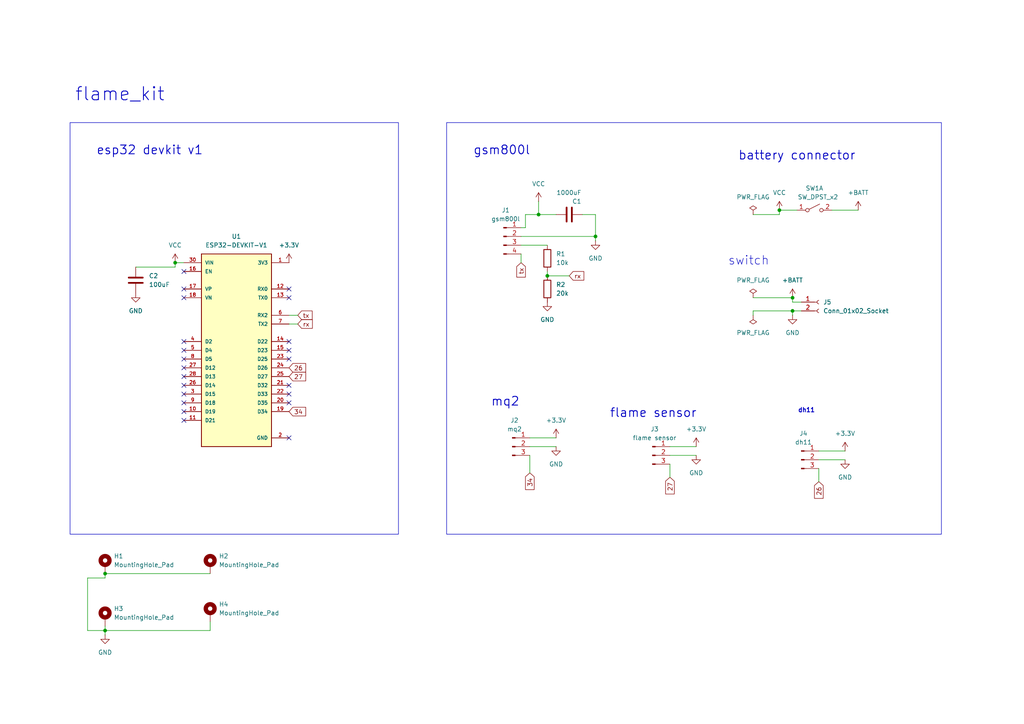
<source format=kicad_sch>
(kicad_sch
	(version 20250114)
	(generator "eeschema")
	(generator_version "9.0")
	(uuid "fe6733c1-b53e-479a-bf0d-f25374de7287")
	(paper "A4")
	(lib_symbols
		(symbol "Connector:Conn_01x02_Socket"
			(pin_names
				(offset 1.016)
				(hide yes)
			)
			(exclude_from_sim no)
			(in_bom yes)
			(on_board yes)
			(property "Reference" "J"
				(at 0 2.54 0)
				(effects
					(font
						(size 1.27 1.27)
					)
				)
			)
			(property "Value" "Conn_01x02_Socket"
				(at 0 -5.08 0)
				(effects
					(font
						(size 1.27 1.27)
					)
				)
			)
			(property "Footprint" ""
				(at 0 0 0)
				(effects
					(font
						(size 1.27 1.27)
					)
					(hide yes)
				)
			)
			(property "Datasheet" "~"
				(at 0 0 0)
				(effects
					(font
						(size 1.27 1.27)
					)
					(hide yes)
				)
			)
			(property "Description" "Generic connector, single row, 01x02, script generated"
				(at 0 0 0)
				(effects
					(font
						(size 1.27 1.27)
					)
					(hide yes)
				)
			)
			(property "ki_locked" ""
				(at 0 0 0)
				(effects
					(font
						(size 1.27 1.27)
					)
				)
			)
			(property "ki_keywords" "connector"
				(at 0 0 0)
				(effects
					(font
						(size 1.27 1.27)
					)
					(hide yes)
				)
			)
			(property "ki_fp_filters" "Connector*:*_1x??_*"
				(at 0 0 0)
				(effects
					(font
						(size 1.27 1.27)
					)
					(hide yes)
				)
			)
			(symbol "Conn_01x02_Socket_1_1"
				(polyline
					(pts
						(xy -1.27 0) (xy -0.508 0)
					)
					(stroke
						(width 0.1524)
						(type default)
					)
					(fill
						(type none)
					)
				)
				(polyline
					(pts
						(xy -1.27 -2.54) (xy -0.508 -2.54)
					)
					(stroke
						(width 0.1524)
						(type default)
					)
					(fill
						(type none)
					)
				)
				(arc
					(start 0 -0.508)
					(mid -0.5058 0)
					(end 0 0.508)
					(stroke
						(width 0.1524)
						(type default)
					)
					(fill
						(type none)
					)
				)
				(arc
					(start 0 -3.048)
					(mid -0.5058 -2.54)
					(end 0 -2.032)
					(stroke
						(width 0.1524)
						(type default)
					)
					(fill
						(type none)
					)
				)
				(pin passive line
					(at -5.08 0 0)
					(length 3.81)
					(name "Pin_1"
						(effects
							(font
								(size 1.27 1.27)
							)
						)
					)
					(number "1"
						(effects
							(font
								(size 1.27 1.27)
							)
						)
					)
				)
				(pin passive line
					(at -5.08 -2.54 0)
					(length 3.81)
					(name "Pin_2"
						(effects
							(font
								(size 1.27 1.27)
							)
						)
					)
					(number "2"
						(effects
							(font
								(size 1.27 1.27)
							)
						)
					)
				)
			)
			(embedded_fonts no)
		)
		(symbol "Connector:Conn_01x03_Pin"
			(pin_names
				(offset 1.016)
				(hide yes)
			)
			(exclude_from_sim no)
			(in_bom yes)
			(on_board yes)
			(property "Reference" "J"
				(at 0 5.08 0)
				(effects
					(font
						(size 1.27 1.27)
					)
				)
			)
			(property "Value" "Conn_01x03_Pin"
				(at 0 -5.08 0)
				(effects
					(font
						(size 1.27 1.27)
					)
				)
			)
			(property "Footprint" ""
				(at 0 0 0)
				(effects
					(font
						(size 1.27 1.27)
					)
					(hide yes)
				)
			)
			(property "Datasheet" "~"
				(at 0 0 0)
				(effects
					(font
						(size 1.27 1.27)
					)
					(hide yes)
				)
			)
			(property "Description" "Generic connector, single row, 01x03, script generated"
				(at 0 0 0)
				(effects
					(font
						(size 1.27 1.27)
					)
					(hide yes)
				)
			)
			(property "ki_locked" ""
				(at 0 0 0)
				(effects
					(font
						(size 1.27 1.27)
					)
				)
			)
			(property "ki_keywords" "connector"
				(at 0 0 0)
				(effects
					(font
						(size 1.27 1.27)
					)
					(hide yes)
				)
			)
			(property "ki_fp_filters" "Connector*:*_1x??_*"
				(at 0 0 0)
				(effects
					(font
						(size 1.27 1.27)
					)
					(hide yes)
				)
			)
			(symbol "Conn_01x03_Pin_1_1"
				(rectangle
					(start 0.8636 2.667)
					(end 0 2.413)
					(stroke
						(width 0.1524)
						(type default)
					)
					(fill
						(type outline)
					)
				)
				(rectangle
					(start 0.8636 0.127)
					(end 0 -0.127)
					(stroke
						(width 0.1524)
						(type default)
					)
					(fill
						(type outline)
					)
				)
				(rectangle
					(start 0.8636 -2.413)
					(end 0 -2.667)
					(stroke
						(width 0.1524)
						(type default)
					)
					(fill
						(type outline)
					)
				)
				(polyline
					(pts
						(xy 1.27 2.54) (xy 0.8636 2.54)
					)
					(stroke
						(width 0.1524)
						(type default)
					)
					(fill
						(type none)
					)
				)
				(polyline
					(pts
						(xy 1.27 0) (xy 0.8636 0)
					)
					(stroke
						(width 0.1524)
						(type default)
					)
					(fill
						(type none)
					)
				)
				(polyline
					(pts
						(xy 1.27 -2.54) (xy 0.8636 -2.54)
					)
					(stroke
						(width 0.1524)
						(type default)
					)
					(fill
						(type none)
					)
				)
				(pin passive line
					(at 5.08 2.54 180)
					(length 3.81)
					(name "Pin_1"
						(effects
							(font
								(size 1.27 1.27)
							)
						)
					)
					(number "1"
						(effects
							(font
								(size 1.27 1.27)
							)
						)
					)
				)
				(pin passive line
					(at 5.08 0 180)
					(length 3.81)
					(name "Pin_2"
						(effects
							(font
								(size 1.27 1.27)
							)
						)
					)
					(number "2"
						(effects
							(font
								(size 1.27 1.27)
							)
						)
					)
				)
				(pin passive line
					(at 5.08 -2.54 180)
					(length 3.81)
					(name "Pin_3"
						(effects
							(font
								(size 1.27 1.27)
							)
						)
					)
					(number "3"
						(effects
							(font
								(size 1.27 1.27)
							)
						)
					)
				)
			)
			(embedded_fonts no)
		)
		(symbol "Connector:Conn_01x04_Pin"
			(pin_names
				(offset 1.016)
				(hide yes)
			)
			(exclude_from_sim no)
			(in_bom yes)
			(on_board yes)
			(property "Reference" "J"
				(at 0 5.08 0)
				(effects
					(font
						(size 1.27 1.27)
					)
				)
			)
			(property "Value" "Conn_01x04_Pin"
				(at 0 -7.62 0)
				(effects
					(font
						(size 1.27 1.27)
					)
				)
			)
			(property "Footprint" ""
				(at 0 0 0)
				(effects
					(font
						(size 1.27 1.27)
					)
					(hide yes)
				)
			)
			(property "Datasheet" "~"
				(at 0 0 0)
				(effects
					(font
						(size 1.27 1.27)
					)
					(hide yes)
				)
			)
			(property "Description" "Generic connector, single row, 01x04, script generated"
				(at 0 0 0)
				(effects
					(font
						(size 1.27 1.27)
					)
					(hide yes)
				)
			)
			(property "ki_locked" ""
				(at 0 0 0)
				(effects
					(font
						(size 1.27 1.27)
					)
				)
			)
			(property "ki_keywords" "connector"
				(at 0 0 0)
				(effects
					(font
						(size 1.27 1.27)
					)
					(hide yes)
				)
			)
			(property "ki_fp_filters" "Connector*:*_1x??_*"
				(at 0 0 0)
				(effects
					(font
						(size 1.27 1.27)
					)
					(hide yes)
				)
			)
			(symbol "Conn_01x04_Pin_1_1"
				(rectangle
					(start 0.8636 2.667)
					(end 0 2.413)
					(stroke
						(width 0.1524)
						(type default)
					)
					(fill
						(type outline)
					)
				)
				(rectangle
					(start 0.8636 0.127)
					(end 0 -0.127)
					(stroke
						(width 0.1524)
						(type default)
					)
					(fill
						(type outline)
					)
				)
				(rectangle
					(start 0.8636 -2.413)
					(end 0 -2.667)
					(stroke
						(width 0.1524)
						(type default)
					)
					(fill
						(type outline)
					)
				)
				(rectangle
					(start 0.8636 -4.953)
					(end 0 -5.207)
					(stroke
						(width 0.1524)
						(type default)
					)
					(fill
						(type outline)
					)
				)
				(polyline
					(pts
						(xy 1.27 2.54) (xy 0.8636 2.54)
					)
					(stroke
						(width 0.1524)
						(type default)
					)
					(fill
						(type none)
					)
				)
				(polyline
					(pts
						(xy 1.27 0) (xy 0.8636 0)
					)
					(stroke
						(width 0.1524)
						(type default)
					)
					(fill
						(type none)
					)
				)
				(polyline
					(pts
						(xy 1.27 -2.54) (xy 0.8636 -2.54)
					)
					(stroke
						(width 0.1524)
						(type default)
					)
					(fill
						(type none)
					)
				)
				(polyline
					(pts
						(xy 1.27 -5.08) (xy 0.8636 -5.08)
					)
					(stroke
						(width 0.1524)
						(type default)
					)
					(fill
						(type none)
					)
				)
				(pin passive line
					(at 5.08 2.54 180)
					(length 3.81)
					(name "Pin_1"
						(effects
							(font
								(size 1.27 1.27)
							)
						)
					)
					(number "1"
						(effects
							(font
								(size 1.27 1.27)
							)
						)
					)
				)
				(pin passive line
					(at 5.08 0 180)
					(length 3.81)
					(name "Pin_2"
						(effects
							(font
								(size 1.27 1.27)
							)
						)
					)
					(number "2"
						(effects
							(font
								(size 1.27 1.27)
							)
						)
					)
				)
				(pin passive line
					(at 5.08 -2.54 180)
					(length 3.81)
					(name "Pin_3"
						(effects
							(font
								(size 1.27 1.27)
							)
						)
					)
					(number "3"
						(effects
							(font
								(size 1.27 1.27)
							)
						)
					)
				)
				(pin passive line
					(at 5.08 -5.08 180)
					(length 3.81)
					(name "Pin_4"
						(effects
							(font
								(size 1.27 1.27)
							)
						)
					)
					(number "4"
						(effects
							(font
								(size 1.27 1.27)
							)
						)
					)
				)
			)
			(embedded_fonts no)
		)
		(symbol "Device:C"
			(pin_numbers
				(hide yes)
			)
			(pin_names
				(offset 0.254)
			)
			(exclude_from_sim no)
			(in_bom yes)
			(on_board yes)
			(property "Reference" "C"
				(at 0.635 2.54 0)
				(effects
					(font
						(size 1.27 1.27)
					)
					(justify left)
				)
			)
			(property "Value" "C"
				(at 0.635 -2.54 0)
				(effects
					(font
						(size 1.27 1.27)
					)
					(justify left)
				)
			)
			(property "Footprint" ""
				(at 0.9652 -3.81 0)
				(effects
					(font
						(size 1.27 1.27)
					)
					(hide yes)
				)
			)
			(property "Datasheet" "~"
				(at 0 0 0)
				(effects
					(font
						(size 1.27 1.27)
					)
					(hide yes)
				)
			)
			(property "Description" "Unpolarized capacitor"
				(at 0 0 0)
				(effects
					(font
						(size 1.27 1.27)
					)
					(hide yes)
				)
			)
			(property "ki_keywords" "cap capacitor"
				(at 0 0 0)
				(effects
					(font
						(size 1.27 1.27)
					)
					(hide yes)
				)
			)
			(property "ki_fp_filters" "C_*"
				(at 0 0 0)
				(effects
					(font
						(size 1.27 1.27)
					)
					(hide yes)
				)
			)
			(symbol "C_0_1"
				(polyline
					(pts
						(xy -2.032 0.762) (xy 2.032 0.762)
					)
					(stroke
						(width 0.508)
						(type default)
					)
					(fill
						(type none)
					)
				)
				(polyline
					(pts
						(xy -2.032 -0.762) (xy 2.032 -0.762)
					)
					(stroke
						(width 0.508)
						(type default)
					)
					(fill
						(type none)
					)
				)
			)
			(symbol "C_1_1"
				(pin passive line
					(at 0 3.81 270)
					(length 2.794)
					(name "~"
						(effects
							(font
								(size 1.27 1.27)
							)
						)
					)
					(number "1"
						(effects
							(font
								(size 1.27 1.27)
							)
						)
					)
				)
				(pin passive line
					(at 0 -3.81 90)
					(length 2.794)
					(name "~"
						(effects
							(font
								(size 1.27 1.27)
							)
						)
					)
					(number "2"
						(effects
							(font
								(size 1.27 1.27)
							)
						)
					)
				)
			)
			(embedded_fonts no)
		)
		(symbol "Device:R"
			(pin_numbers
				(hide yes)
			)
			(pin_names
				(offset 0)
			)
			(exclude_from_sim no)
			(in_bom yes)
			(on_board yes)
			(property "Reference" "R"
				(at 2.032 0 90)
				(effects
					(font
						(size 1.27 1.27)
					)
				)
			)
			(property "Value" "R"
				(at 0 0 90)
				(effects
					(font
						(size 1.27 1.27)
					)
				)
			)
			(property "Footprint" ""
				(at -1.778 0 90)
				(effects
					(font
						(size 1.27 1.27)
					)
					(hide yes)
				)
			)
			(property "Datasheet" "~"
				(at 0 0 0)
				(effects
					(font
						(size 1.27 1.27)
					)
					(hide yes)
				)
			)
			(property "Description" "Resistor"
				(at 0 0 0)
				(effects
					(font
						(size 1.27 1.27)
					)
					(hide yes)
				)
			)
			(property "ki_keywords" "R res resistor"
				(at 0 0 0)
				(effects
					(font
						(size 1.27 1.27)
					)
					(hide yes)
				)
			)
			(property "ki_fp_filters" "R_*"
				(at 0 0 0)
				(effects
					(font
						(size 1.27 1.27)
					)
					(hide yes)
				)
			)
			(symbol "R_0_1"
				(rectangle
					(start -1.016 -2.54)
					(end 1.016 2.54)
					(stroke
						(width 0.254)
						(type default)
					)
					(fill
						(type none)
					)
				)
			)
			(symbol "R_1_1"
				(pin passive line
					(at 0 3.81 270)
					(length 1.27)
					(name "~"
						(effects
							(font
								(size 1.27 1.27)
							)
						)
					)
					(number "1"
						(effects
							(font
								(size 1.27 1.27)
							)
						)
					)
				)
				(pin passive line
					(at 0 -3.81 90)
					(length 1.27)
					(name "~"
						(effects
							(font
								(size 1.27 1.27)
							)
						)
					)
					(number "2"
						(effects
							(font
								(size 1.27 1.27)
							)
						)
					)
				)
			)
			(embedded_fonts no)
		)
		(symbol "Mechanical:MountingHole_Pad"
			(pin_numbers
				(hide yes)
			)
			(pin_names
				(offset 1.016)
				(hide yes)
			)
			(exclude_from_sim no)
			(in_bom no)
			(on_board yes)
			(property "Reference" "H"
				(at 0 6.35 0)
				(effects
					(font
						(size 1.27 1.27)
					)
				)
			)
			(property "Value" "MountingHole_Pad"
				(at 0 4.445 0)
				(effects
					(font
						(size 1.27 1.27)
					)
				)
			)
			(property "Footprint" ""
				(at 0 0 0)
				(effects
					(font
						(size 1.27 1.27)
					)
					(hide yes)
				)
			)
			(property "Datasheet" "~"
				(at 0 0 0)
				(effects
					(font
						(size 1.27 1.27)
					)
					(hide yes)
				)
			)
			(property "Description" "Mounting Hole with connection"
				(at 0 0 0)
				(effects
					(font
						(size 1.27 1.27)
					)
					(hide yes)
				)
			)
			(property "ki_keywords" "mounting hole"
				(at 0 0 0)
				(effects
					(font
						(size 1.27 1.27)
					)
					(hide yes)
				)
			)
			(property "ki_fp_filters" "MountingHole*Pad*"
				(at 0 0 0)
				(effects
					(font
						(size 1.27 1.27)
					)
					(hide yes)
				)
			)
			(symbol "MountingHole_Pad_0_1"
				(circle
					(center 0 1.27)
					(radius 1.27)
					(stroke
						(width 1.27)
						(type default)
					)
					(fill
						(type none)
					)
				)
			)
			(symbol "MountingHole_Pad_1_1"
				(pin input line
					(at 0 -2.54 90)
					(length 2.54)
					(name "1"
						(effects
							(font
								(size 1.27 1.27)
							)
						)
					)
					(number "1"
						(effects
							(font
								(size 1.27 1.27)
							)
						)
					)
				)
			)
			(embedded_fonts no)
		)
		(symbol "Switch:SW_DPST_x2"
			(pin_names
				(offset 0)
				(hide yes)
			)
			(exclude_from_sim no)
			(in_bom yes)
			(on_board yes)
			(property "Reference" "SW"
				(at 0 3.175 0)
				(effects
					(font
						(size 1.27 1.27)
					)
				)
			)
			(property "Value" "SW_DPST_x2"
				(at 0 -2.54 0)
				(effects
					(font
						(size 1.27 1.27)
					)
				)
			)
			(property "Footprint" ""
				(at 0 0 0)
				(effects
					(font
						(size 1.27 1.27)
					)
					(hide yes)
				)
			)
			(property "Datasheet" "~"
				(at 0 0 0)
				(effects
					(font
						(size 1.27 1.27)
					)
					(hide yes)
				)
			)
			(property "Description" "Single Pole Single Throw (SPST) switch, separate symbol"
				(at 0 0 0)
				(effects
					(font
						(size 1.27 1.27)
					)
					(hide yes)
				)
			)
			(property "ki_keywords" "switch lever"
				(at 0 0 0)
				(effects
					(font
						(size 1.27 1.27)
					)
					(hide yes)
				)
			)
			(symbol "SW_DPST_x2_0_0"
				(circle
					(center -2.032 0)
					(radius 0.508)
					(stroke
						(width 0)
						(type default)
					)
					(fill
						(type none)
					)
				)
				(polyline
					(pts
						(xy -1.524 0.254) (xy 1.524 1.778)
					)
					(stroke
						(width 0)
						(type default)
					)
					(fill
						(type none)
					)
				)
				(circle
					(center 2.032 0)
					(radius 0.508)
					(stroke
						(width 0)
						(type default)
					)
					(fill
						(type none)
					)
				)
			)
			(symbol "SW_DPST_x2_1_1"
				(pin passive line
					(at -5.08 0 0)
					(length 2.54)
					(name "A"
						(effects
							(font
								(size 1.27 1.27)
							)
						)
					)
					(number "1"
						(effects
							(font
								(size 1.27 1.27)
							)
						)
					)
				)
				(pin passive line
					(at 5.08 0 180)
					(length 2.54)
					(name "B"
						(effects
							(font
								(size 1.27 1.27)
							)
						)
					)
					(number "2"
						(effects
							(font
								(size 1.27 1.27)
							)
						)
					)
				)
			)
			(symbol "SW_DPST_x2_2_1"
				(pin passive line
					(at -5.08 0 0)
					(length 2.54)
					(name "A"
						(effects
							(font
								(size 1.27 1.27)
							)
						)
					)
					(number "3"
						(effects
							(font
								(size 1.27 1.27)
							)
						)
					)
				)
				(pin passive line
					(at 5.08 0 180)
					(length 2.54)
					(name "B"
						(effects
							(font
								(size 1.27 1.27)
							)
						)
					)
					(number "4"
						(effects
							(font
								(size 1.27 1.27)
							)
						)
					)
				)
			)
			(embedded_fonts no)
		)
		(symbol "custo,:ESP32-DEVKIT-V1"
			(pin_names
				(offset 1.016)
			)
			(exclude_from_sim no)
			(in_bom yes)
			(on_board yes)
			(property "Reference" "U1"
				(at 0 33.02 0)
				(effects
					(font
						(size 1.27 1.27)
					)
				)
			)
			(property "Value" "ESP32-DEVKIT-V1"
				(at 0 30.48 0)
				(effects
					(font
						(size 1.27 1.27)
					)
				)
			)
			(property "Footprint" "ESP32-DEVKIT-V1:MODULE_ESP32_DEVKIT_V1"
				(at 0 0 0)
				(effects
					(font
						(size 1.27 1.27)
					)
					(justify bottom)
					(hide yes)
				)
			)
			(property "Datasheet" ""
				(at 0 0 0)
				(effects
					(font
						(size 1.27 1.27)
					)
					(hide yes)
				)
			)
			(property "Description" ""
				(at 0 0 0)
				(effects
					(font
						(size 1.27 1.27)
					)
					(hide yes)
				)
			)
			(property "MF" "Do it"
				(at 0 0 0)
				(effects
					(font
						(size 1.27 1.27)
					)
					(justify bottom)
					(hide yes)
				)
			)
			(property "MAXIMUM_PACKAGE_HEIGHT" "6.8 mm"
				(at 0 0 0)
				(effects
					(font
						(size 1.27 1.27)
					)
					(justify bottom)
					(hide yes)
				)
			)
			(property "Package" "None"
				(at 0 0 0)
				(effects
					(font
						(size 1.27 1.27)
					)
					(justify bottom)
					(hide yes)
				)
			)
			(property "Price" "None"
				(at 0 0 0)
				(effects
					(font
						(size 1.27 1.27)
					)
					(justify bottom)
					(hide yes)
				)
			)
			(property "Check_prices" "https://www.snapeda.com/parts/ESP32-DEVKIT-V1/Do+it/view-part/?ref=eda"
				(at 0 0 0)
				(effects
					(font
						(size 1.27 1.27)
					)
					(justify bottom)
					(hide yes)
				)
			)
			(property "STANDARD" "Manufacturer Recommendations"
				(at 0 0 0)
				(effects
					(font
						(size 1.27 1.27)
					)
					(justify bottom)
					(hide yes)
				)
			)
			(property "PARTREV" "N/A"
				(at 0 0 0)
				(effects
					(font
						(size 1.27 1.27)
					)
					(justify bottom)
					(hide yes)
				)
			)
			(property "SnapEDA_Link" "https://www.snapeda.com/parts/ESP32-DEVKIT-V1/Do+it/view-part/?ref=snap"
				(at 0 0 0)
				(effects
					(font
						(size 1.27 1.27)
					)
					(justify bottom)
					(hide yes)
				)
			)
			(property "MP" "ESP32-DEVKIT-V1"
				(at 0 0 0)
				(effects
					(font
						(size 1.27 1.27)
					)
					(justify bottom)
					(hide yes)
				)
			)
			(property "Description_1" "Dual core, Wi-Fi: 2.4 GHz up to 150 Mbits/s,BLE (Bluetooth Low Energy) and legacy Bluetooth, 32 bits, Up to 240 MHz"
				(at 0 0 0)
				(effects
					(font
						(size 1.27 1.27)
					)
					(justify bottom)
					(hide yes)
				)
			)
			(property "Availability" "Not in stock"
				(at 0 0 0)
				(effects
					(font
						(size 1.27 1.27)
					)
					(justify bottom)
					(hide yes)
				)
			)
			(property "MANUFACTURER" "DOIT"
				(at 0 0 0)
				(effects
					(font
						(size 1.27 1.27)
					)
					(justify bottom)
					(hide yes)
				)
			)
			(symbol "ESP32-DEVKIT-V1_0_0"
				(rectangle
					(start -10.16 -27.94)
					(end 10.16 27.94)
					(stroke
						(width 0.254)
						(type default)
					)
					(fill
						(type background)
					)
				)
				(pin input line
					(at -15.24 25.4 0)
					(length 5.08)
					(name "VIN"
						(effects
							(font
								(size 1.016 1.016)
							)
						)
					)
					(number "30"
						(effects
							(font
								(size 1.016 1.016)
							)
						)
					)
				)
				(pin input line
					(at -15.24 22.86 0)
					(length 5.08)
					(name "EN"
						(effects
							(font
								(size 1.016 1.016)
							)
						)
					)
					(number "16"
						(effects
							(font
								(size 1.016 1.016)
							)
						)
					)
				)
				(pin bidirectional line
					(at -15.24 17.78 0)
					(length 5.08)
					(name "VP"
						(effects
							(font
								(size 1.016 1.016)
							)
						)
					)
					(number "17"
						(effects
							(font
								(size 1.016 1.016)
							)
						)
					)
				)
				(pin bidirectional line
					(at -15.24 15.24 0)
					(length 5.08)
					(name "VN"
						(effects
							(font
								(size 1.016 1.016)
							)
						)
					)
					(number "18"
						(effects
							(font
								(size 1.016 1.016)
							)
						)
					)
				)
				(pin bidirectional line
					(at -15.24 2.54 0)
					(length 5.08)
					(name "D2"
						(effects
							(font
								(size 1.016 1.016)
							)
						)
					)
					(number "4"
						(effects
							(font
								(size 1.016 1.016)
							)
						)
					)
				)
				(pin bidirectional line
					(at -15.24 0 0)
					(length 5.08)
					(name "D4"
						(effects
							(font
								(size 1.016 1.016)
							)
						)
					)
					(number "5"
						(effects
							(font
								(size 1.016 1.016)
							)
						)
					)
				)
				(pin bidirectional line
					(at -15.24 -2.54 0)
					(length 5.08)
					(name "D5"
						(effects
							(font
								(size 1.016 1.016)
							)
						)
					)
					(number "8"
						(effects
							(font
								(size 1.016 1.016)
							)
						)
					)
				)
				(pin bidirectional line
					(at -15.24 -5.08 0)
					(length 5.08)
					(name "D12"
						(effects
							(font
								(size 1.016 1.016)
							)
						)
					)
					(number "27"
						(effects
							(font
								(size 1.016 1.016)
							)
						)
					)
				)
				(pin bidirectional line
					(at -15.24 -7.62 0)
					(length 5.08)
					(name "D13"
						(effects
							(font
								(size 1.016 1.016)
							)
						)
					)
					(number "28"
						(effects
							(font
								(size 1.016 1.016)
							)
						)
					)
				)
				(pin bidirectional line
					(at -15.24 -10.16 0)
					(length 5.08)
					(name "D14"
						(effects
							(font
								(size 1.016 1.016)
							)
						)
					)
					(number "26"
						(effects
							(font
								(size 1.016 1.016)
							)
						)
					)
				)
				(pin bidirectional line
					(at -15.24 -12.7 0)
					(length 5.08)
					(name "D15"
						(effects
							(font
								(size 1.016 1.016)
							)
						)
					)
					(number "3"
						(effects
							(font
								(size 1.016 1.016)
							)
						)
					)
				)
				(pin bidirectional line
					(at -15.24 -15.24 0)
					(length 5.08)
					(name "D18"
						(effects
							(font
								(size 1.016 1.016)
							)
						)
					)
					(number "9"
						(effects
							(font
								(size 1.016 1.016)
							)
						)
					)
				)
				(pin bidirectional line
					(at -15.24 -17.78 0)
					(length 5.08)
					(name "D19"
						(effects
							(font
								(size 1.016 1.016)
							)
						)
					)
					(number "10"
						(effects
							(font
								(size 1.016 1.016)
							)
						)
					)
				)
				(pin bidirectional line
					(at -15.24 -20.32 0)
					(length 5.08)
					(name "D21"
						(effects
							(font
								(size 1.016 1.016)
							)
						)
					)
					(number "11"
						(effects
							(font
								(size 1.016 1.016)
							)
						)
					)
				)
				(pin input line
					(at 15.24 17.78 180)
					(length 5.08)
					(name "RX0"
						(effects
							(font
								(size 1.016 1.016)
							)
						)
					)
					(number "12"
						(effects
							(font
								(size 1.016 1.016)
							)
						)
					)
				)
				(pin output line
					(at 15.24 15.24 180)
					(length 5.08)
					(name "TX0"
						(effects
							(font
								(size 1.016 1.016)
							)
						)
					)
					(number "13"
						(effects
							(font
								(size 1.016 1.016)
							)
						)
					)
				)
				(pin input line
					(at 15.24 10.16 180)
					(length 5.08)
					(name "RX2"
						(effects
							(font
								(size 1.016 1.016)
							)
						)
					)
					(number "6"
						(effects
							(font
								(size 1.016 1.016)
							)
						)
					)
				)
				(pin output line
					(at 15.24 7.62 180)
					(length 5.08)
					(name "TX2"
						(effects
							(font
								(size 1.016 1.016)
							)
						)
					)
					(number "7"
						(effects
							(font
								(size 1.016 1.016)
							)
						)
					)
				)
				(pin bidirectional line
					(at 15.24 2.54 180)
					(length 5.08)
					(name "D22"
						(effects
							(font
								(size 1.016 1.016)
							)
						)
					)
					(number "14"
						(effects
							(font
								(size 1.016 1.016)
							)
						)
					)
				)
				(pin bidirectional line
					(at 15.24 0 180)
					(length 5.08)
					(name "D23"
						(effects
							(font
								(size 1.016 1.016)
							)
						)
					)
					(number "15"
						(effects
							(font
								(size 1.016 1.016)
							)
						)
					)
				)
				(pin bidirectional line
					(at 15.24 -2.54 180)
					(length 5.08)
					(name "D25"
						(effects
							(font
								(size 1.016 1.016)
							)
						)
					)
					(number "23"
						(effects
							(font
								(size 1.016 1.016)
							)
						)
					)
				)
				(pin bidirectional line
					(at 15.24 -5.08 180)
					(length 5.08)
					(name "D26"
						(effects
							(font
								(size 1.016 1.016)
							)
						)
					)
					(number "24"
						(effects
							(font
								(size 1.016 1.016)
							)
						)
					)
				)
				(pin bidirectional line
					(at 15.24 -7.62 180)
					(length 5.08)
					(name "D27"
						(effects
							(font
								(size 1.016 1.016)
							)
						)
					)
					(number "25"
						(effects
							(font
								(size 1.016 1.016)
							)
						)
					)
				)
				(pin bidirectional line
					(at 15.24 -10.16 180)
					(length 5.08)
					(name "D32"
						(effects
							(font
								(size 1.016 1.016)
							)
						)
					)
					(number "21"
						(effects
							(font
								(size 1.016 1.016)
							)
						)
					)
				)
				(pin bidirectional line
					(at 15.24 -12.7 180)
					(length 5.08)
					(name "D33"
						(effects
							(font
								(size 1.016 1.016)
							)
						)
					)
					(number "22"
						(effects
							(font
								(size 1.016 1.016)
							)
						)
					)
				)
				(pin bidirectional line
					(at 15.24 -15.24 180)
					(length 5.08)
					(name "D35"
						(effects
							(font
								(size 1.016 1.016)
							)
						)
					)
					(number "20"
						(effects
							(font
								(size 1.016 1.016)
							)
						)
					)
				)
				(pin bidirectional line
					(at 15.24 -17.78 180)
					(length 5.08)
					(name "D34"
						(effects
							(font
								(size 1.016 1.016)
							)
						)
					)
					(number "19"
						(effects
							(font
								(size 1.016 1.016)
							)
						)
					)
				)
				(pin power_in line
					(at 15.24 -25.4 180)
					(length 5.08)
					(name "GND"
						(effects
							(font
								(size 1.016 1.016)
							)
						)
					)
					(number "2"
						(effects
							(font
								(size 1.016 1.016)
							)
						)
					)
				)
				(pin power_in line
					(at 15.24 -25.4 180)
					(length 5.08)
					(hide yes)
					(name "GND"
						(effects
							(font
								(size 1.016 1.016)
							)
						)
					)
					(number "29"
						(effects
							(font
								(size 1.016 1.016)
							)
						)
					)
				)
			)
			(symbol "ESP32-DEVKIT-V1_1_0"
				(pin power_out line
					(at 15.24 25.4 180)
					(length 5.08)
					(name "3V3"
						(effects
							(font
								(size 1.016 1.016)
							)
						)
					)
					(number "1"
						(effects
							(font
								(size 1.016 1.016)
							)
						)
					)
				)
			)
			(embedded_fonts no)
		)
		(symbol "power:+3.3V"
			(power)
			(pin_numbers
				(hide yes)
			)
			(pin_names
				(offset 0)
				(hide yes)
			)
			(exclude_from_sim no)
			(in_bom yes)
			(on_board yes)
			(property "Reference" "#PWR"
				(at 0 -3.81 0)
				(effects
					(font
						(size 1.27 1.27)
					)
					(hide yes)
				)
			)
			(property "Value" "+3.3V"
				(at 0 3.556 0)
				(effects
					(font
						(size 1.27 1.27)
					)
				)
			)
			(property "Footprint" ""
				(at 0 0 0)
				(effects
					(font
						(size 1.27 1.27)
					)
					(hide yes)
				)
			)
			(property "Datasheet" ""
				(at 0 0 0)
				(effects
					(font
						(size 1.27 1.27)
					)
					(hide yes)
				)
			)
			(property "Description" "Power symbol creates a global label with name \"+3.3V\""
				(at 0 0 0)
				(effects
					(font
						(size 1.27 1.27)
					)
					(hide yes)
				)
			)
			(property "ki_keywords" "global power"
				(at 0 0 0)
				(effects
					(font
						(size 1.27 1.27)
					)
					(hide yes)
				)
			)
			(symbol "+3.3V_0_1"
				(polyline
					(pts
						(xy -0.762 1.27) (xy 0 2.54)
					)
					(stroke
						(width 0)
						(type default)
					)
					(fill
						(type none)
					)
				)
				(polyline
					(pts
						(xy 0 2.54) (xy 0.762 1.27)
					)
					(stroke
						(width 0)
						(type default)
					)
					(fill
						(type none)
					)
				)
				(polyline
					(pts
						(xy 0 0) (xy 0 2.54)
					)
					(stroke
						(width 0)
						(type default)
					)
					(fill
						(type none)
					)
				)
			)
			(symbol "+3.3V_1_1"
				(pin power_in line
					(at 0 0 90)
					(length 0)
					(name "~"
						(effects
							(font
								(size 1.27 1.27)
							)
						)
					)
					(number "1"
						(effects
							(font
								(size 1.27 1.27)
							)
						)
					)
				)
			)
			(embedded_fonts no)
		)
		(symbol "power:+BATT"
			(power)
			(pin_numbers
				(hide yes)
			)
			(pin_names
				(offset 0)
				(hide yes)
			)
			(exclude_from_sim no)
			(in_bom yes)
			(on_board yes)
			(property "Reference" "#PWR"
				(at 0 -3.81 0)
				(effects
					(font
						(size 1.27 1.27)
					)
					(hide yes)
				)
			)
			(property "Value" "+BATT"
				(at 0 3.556 0)
				(effects
					(font
						(size 1.27 1.27)
					)
				)
			)
			(property "Footprint" ""
				(at 0 0 0)
				(effects
					(font
						(size 1.27 1.27)
					)
					(hide yes)
				)
			)
			(property "Datasheet" ""
				(at 0 0 0)
				(effects
					(font
						(size 1.27 1.27)
					)
					(hide yes)
				)
			)
			(property "Description" "Power symbol creates a global label with name \"+BATT\""
				(at 0 0 0)
				(effects
					(font
						(size 1.27 1.27)
					)
					(hide yes)
				)
			)
			(property "ki_keywords" "global power battery"
				(at 0 0 0)
				(effects
					(font
						(size 1.27 1.27)
					)
					(hide yes)
				)
			)
			(symbol "+BATT_0_1"
				(polyline
					(pts
						(xy -0.762 1.27) (xy 0 2.54)
					)
					(stroke
						(width 0)
						(type default)
					)
					(fill
						(type none)
					)
				)
				(polyline
					(pts
						(xy 0 2.54) (xy 0.762 1.27)
					)
					(stroke
						(width 0)
						(type default)
					)
					(fill
						(type none)
					)
				)
				(polyline
					(pts
						(xy 0 0) (xy 0 2.54)
					)
					(stroke
						(width 0)
						(type default)
					)
					(fill
						(type none)
					)
				)
			)
			(symbol "+BATT_1_1"
				(pin power_in line
					(at 0 0 90)
					(length 0)
					(name "~"
						(effects
							(font
								(size 1.27 1.27)
							)
						)
					)
					(number "1"
						(effects
							(font
								(size 1.27 1.27)
							)
						)
					)
				)
			)
			(embedded_fonts no)
		)
		(symbol "power:GND"
			(power)
			(pin_numbers
				(hide yes)
			)
			(pin_names
				(offset 0)
				(hide yes)
			)
			(exclude_from_sim no)
			(in_bom yes)
			(on_board yes)
			(property "Reference" "#PWR"
				(at 0 -6.35 0)
				(effects
					(font
						(size 1.27 1.27)
					)
					(hide yes)
				)
			)
			(property "Value" "GND"
				(at 0 -3.81 0)
				(effects
					(font
						(size 1.27 1.27)
					)
				)
			)
			(property "Footprint" ""
				(at 0 0 0)
				(effects
					(font
						(size 1.27 1.27)
					)
					(hide yes)
				)
			)
			(property "Datasheet" ""
				(at 0 0 0)
				(effects
					(font
						(size 1.27 1.27)
					)
					(hide yes)
				)
			)
			(property "Description" "Power symbol creates a global label with name \"GND\" , ground"
				(at 0 0 0)
				(effects
					(font
						(size 1.27 1.27)
					)
					(hide yes)
				)
			)
			(property "ki_keywords" "global power"
				(at 0 0 0)
				(effects
					(font
						(size 1.27 1.27)
					)
					(hide yes)
				)
			)
			(symbol "GND_0_1"
				(polyline
					(pts
						(xy 0 0) (xy 0 -1.27) (xy 1.27 -1.27) (xy 0 -2.54) (xy -1.27 -1.27) (xy 0 -1.27)
					)
					(stroke
						(width 0)
						(type default)
					)
					(fill
						(type none)
					)
				)
			)
			(symbol "GND_1_1"
				(pin power_in line
					(at 0 0 270)
					(length 0)
					(name "~"
						(effects
							(font
								(size 1.27 1.27)
							)
						)
					)
					(number "1"
						(effects
							(font
								(size 1.27 1.27)
							)
						)
					)
				)
			)
			(embedded_fonts no)
		)
		(symbol "power:PWR_FLAG"
			(power)
			(pin_numbers
				(hide yes)
			)
			(pin_names
				(offset 0)
				(hide yes)
			)
			(exclude_from_sim no)
			(in_bom yes)
			(on_board yes)
			(property "Reference" "#FLG"
				(at 0 1.905 0)
				(effects
					(font
						(size 1.27 1.27)
					)
					(hide yes)
				)
			)
			(property "Value" "PWR_FLAG"
				(at 0 3.81 0)
				(effects
					(font
						(size 1.27 1.27)
					)
				)
			)
			(property "Footprint" ""
				(at 0 0 0)
				(effects
					(font
						(size 1.27 1.27)
					)
					(hide yes)
				)
			)
			(property "Datasheet" "~"
				(at 0 0 0)
				(effects
					(font
						(size 1.27 1.27)
					)
					(hide yes)
				)
			)
			(property "Description" "Special symbol for telling ERC where power comes from"
				(at 0 0 0)
				(effects
					(font
						(size 1.27 1.27)
					)
					(hide yes)
				)
			)
			(property "ki_keywords" "flag power"
				(at 0 0 0)
				(effects
					(font
						(size 1.27 1.27)
					)
					(hide yes)
				)
			)
			(symbol "PWR_FLAG_0_0"
				(pin power_out line
					(at 0 0 90)
					(length 0)
					(name "~"
						(effects
							(font
								(size 1.27 1.27)
							)
						)
					)
					(number "1"
						(effects
							(font
								(size 1.27 1.27)
							)
						)
					)
				)
			)
			(symbol "PWR_FLAG_0_1"
				(polyline
					(pts
						(xy 0 0) (xy 0 1.27) (xy -1.016 1.905) (xy 0 2.54) (xy 1.016 1.905) (xy 0 1.27)
					)
					(stroke
						(width 0)
						(type default)
					)
					(fill
						(type none)
					)
				)
			)
			(embedded_fonts no)
		)
		(symbol "power:VCC"
			(power)
			(pin_numbers
				(hide yes)
			)
			(pin_names
				(offset 0)
				(hide yes)
			)
			(exclude_from_sim no)
			(in_bom yes)
			(on_board yes)
			(property "Reference" "#PWR"
				(at 0 -3.81 0)
				(effects
					(font
						(size 1.27 1.27)
					)
					(hide yes)
				)
			)
			(property "Value" "VCC"
				(at 0 3.556 0)
				(effects
					(font
						(size 1.27 1.27)
					)
				)
			)
			(property "Footprint" ""
				(at 0 0 0)
				(effects
					(font
						(size 1.27 1.27)
					)
					(hide yes)
				)
			)
			(property "Datasheet" ""
				(at 0 0 0)
				(effects
					(font
						(size 1.27 1.27)
					)
					(hide yes)
				)
			)
			(property "Description" "Power symbol creates a global label with name \"VCC\""
				(at 0 0 0)
				(effects
					(font
						(size 1.27 1.27)
					)
					(hide yes)
				)
			)
			(property "ki_keywords" "global power"
				(at 0 0 0)
				(effects
					(font
						(size 1.27 1.27)
					)
					(hide yes)
				)
			)
			(symbol "VCC_0_1"
				(polyline
					(pts
						(xy -0.762 1.27) (xy 0 2.54)
					)
					(stroke
						(width 0)
						(type default)
					)
					(fill
						(type none)
					)
				)
				(polyline
					(pts
						(xy 0 2.54) (xy 0.762 1.27)
					)
					(stroke
						(width 0)
						(type default)
					)
					(fill
						(type none)
					)
				)
				(polyline
					(pts
						(xy 0 0) (xy 0 2.54)
					)
					(stroke
						(width 0)
						(type default)
					)
					(fill
						(type none)
					)
				)
			)
			(symbol "VCC_1_1"
				(pin power_in line
					(at 0 0 90)
					(length 0)
					(name "~"
						(effects
							(font
								(size 1.27 1.27)
							)
						)
					)
					(number "1"
						(effects
							(font
								(size 1.27 1.27)
							)
						)
					)
				)
			)
			(embedded_fonts no)
		)
	)
	(rectangle
		(start 20.32 35.56)
		(end 115.57 154.94)
		(stroke
			(width 0)
			(type default)
		)
		(fill
			(type none)
		)
		(uuid b867a461-389e-49d4-9920-3e2d487952f8)
	)
	(rectangle
		(start 129.54 35.56)
		(end 273.05 154.94)
		(stroke
			(width 0)
			(type default)
		)
		(fill
			(type none)
		)
		(uuid f27bc839-72ce-44cd-8b95-f39cdaa06d28)
	)
	(text "flame_kit"
		(exclude_from_sim no)
		(at 34.798 27.432 0)
		(effects
			(font
				(size 3.81 3.81)
				(thickness 0.254)
				(bold yes)
			)
		)
		(uuid "0e5e8871-d4f3-4a95-a05b-272cdb24d3c8")
	)
	(text "dh11\n\n"
		(exclude_from_sim no)
		(at 233.934 120.142 0)
		(effects
			(font
				(size 1.27 1.27)
				(thickness 0.254)
				(bold yes)
			)
		)
		(uuid "2573d7ce-1706-4a5d-9840-4d97d460b378")
	)
	(text "gsm800l"
		(exclude_from_sim no)
		(at 145.542 43.688 0)
		(effects
			(font
				(size 2.54 2.54)
				(thickness 0.254)
				(bold yes)
			)
		)
		(uuid "2cd2801e-278f-45c2-b989-6f85fc28438d")
	)
	(text "switch\n"
		(exclude_from_sim no)
		(at 217.17 75.692 0)
		(effects
			(font
				(size 2.54 2.54)
			)
		)
		(uuid "325b7a4a-feda-4fbb-bedc-f5caebdf3ffd")
	)
	(text "mq2"
		(exclude_from_sim no)
		(at 146.558 116.586 0)
		(effects
			(font
				(size 2.54 2.54)
				(thickness 0.254)
				(bold yes)
			)
		)
		(uuid "36c85f61-6424-4bd2-bcb7-82070a8466b2")
	)
	(text "esp32 devkit v1\n"
		(exclude_from_sim no)
		(at 43.434 43.688 0)
		(effects
			(font
				(size 2.54 2.54)
				(thickness 0.254)
				(bold yes)
			)
		)
		(uuid "3eb29419-a503-4c45-97cf-5c4ec91887d9")
	)
	(text "flame sensor"
		(exclude_from_sim no)
		(at 189.484 119.888 0)
		(effects
			(font
				(size 2.54 2.54)
				(thickness 0.254)
				(bold yes)
			)
		)
		(uuid "c3fe16ae-4940-4c06-8dc3-ae0d51f3c6b4")
	)
	(text "battery connector"
		(exclude_from_sim no)
		(at 231.14 45.212 0)
		(effects
			(font
				(size 2.54 2.54)
				(thickness 0.254)
				(bold yes)
			)
		)
		(uuid "f66cd087-0fb4-495e-b877-8145b4f08a76")
	)
	(junction
		(at 229.87 90.17)
		(diameter 0)
		(color 0 0 0 0)
		(uuid "14bb6fa8-0941-4c26-8117-4334a0d50920")
	)
	(junction
		(at 226.06 60.96)
		(diameter 0)
		(color 0 0 0 0)
		(uuid "374b6827-3925-46d8-8205-d37777eb2bba")
	)
	(junction
		(at 50.8 76.2)
		(diameter 0)
		(color 0 0 0 0)
		(uuid "62e486fa-d906-4b85-bc3b-5c76d1743573")
	)
	(junction
		(at 229.87 86.36)
		(diameter 0)
		(color 0 0 0 0)
		(uuid "6cc8ac12-42ea-4b99-93c0-5f6d8e26ca27")
	)
	(junction
		(at 156.21 62.23)
		(diameter 0)
		(color 0 0 0 0)
		(uuid "9f7a028b-747b-441b-b6d7-573dd53ec889")
	)
	(junction
		(at 30.48 182.88)
		(diameter 0)
		(color 0 0 0 0)
		(uuid "d38e2305-4460-4a3b-8a74-eee201beb178")
	)
	(junction
		(at 172.72 68.58)
		(diameter 0)
		(color 0 0 0 0)
		(uuid "eed0343f-0495-4ca1-96e2-52a3156899e2")
	)
	(junction
		(at 30.48 166.37)
		(diameter 0)
		(color 0 0 0 0)
		(uuid "f52c104c-953f-4ef3-9a6d-b5055754d06c")
	)
	(junction
		(at 158.75 80.01)
		(diameter 0)
		(color 0 0 0 0)
		(uuid "fb47e130-6b83-423c-abbc-f7917c0c37d1")
	)
	(no_connect
		(at 83.82 99.06)
		(uuid "01bc6434-5382-4816-8a2d-d66f098929e2")
	)
	(no_connect
		(at 53.34 104.14)
		(uuid "165b4be3-2584-4e06-8864-006f14c8c247")
	)
	(no_connect
		(at 53.34 121.92)
		(uuid "22bb5829-17f5-4b63-a530-8440bf973d76")
	)
	(no_connect
		(at 53.34 114.3)
		(uuid "22f79770-b2e9-4609-86df-ea2639e46ac8")
	)
	(no_connect
		(at 83.82 114.3)
		(uuid "2e3d4ab5-a4c4-4ac2-b292-331a1fcccb21")
	)
	(no_connect
		(at 53.34 83.82)
		(uuid "3133ca19-14a1-473a-98ff-2cb6547a9145")
	)
	(no_connect
		(at 83.82 127)
		(uuid "37f60023-8864-4c62-9838-cdbde9f4db86")
	)
	(no_connect
		(at 53.34 86.36)
		(uuid "3c514301-1f0f-479c-8865-18f5131dadde")
	)
	(no_connect
		(at 83.82 111.76)
		(uuid "441d233c-3e32-4dab-99af-2bd174a09292")
	)
	(no_connect
		(at 83.82 83.82)
		(uuid "60c82de2-138c-4929-b488-ea40ba8f55a0")
	)
	(no_connect
		(at 53.34 109.22)
		(uuid "71bdaf5a-f3ff-4cff-af2d-1d9bdc1b39c0")
	)
	(no_connect
		(at 83.82 101.6)
		(uuid "76129462-c8f9-48d0-a405-e759731fc1ef")
	)
	(no_connect
		(at 53.34 119.38)
		(uuid "7e37dcec-a6ce-4543-87d1-a17d10b7b966")
	)
	(no_connect
		(at 53.34 78.74)
		(uuid "8b1b7e8d-af57-4b2f-a398-b1f05cdc77b3")
	)
	(no_connect
		(at 83.82 104.14)
		(uuid "9cba693f-4361-43d5-9dd4-78cf64d59779")
	)
	(no_connect
		(at 53.34 106.68)
		(uuid "9e334b5a-7357-4543-801f-abdd5b32e1ce")
	)
	(no_connect
		(at 53.34 99.06)
		(uuid "c59817ae-6bc5-4c11-8bfe-fac978a4ca85")
	)
	(no_connect
		(at 53.34 101.6)
		(uuid "d3f43762-0c10-47e2-a001-7af8d8964cd8")
	)
	(no_connect
		(at 53.34 111.76)
		(uuid "e3c9e255-9a02-4fda-842b-7fe2080f7aa3")
	)
	(no_connect
		(at 53.34 116.84)
		(uuid "e69f9bc1-d6dc-42be-909b-3aefe7d8460e")
	)
	(no_connect
		(at 83.82 86.36)
		(uuid "f12918ed-7f8a-4d61-ba40-4851b228b7ce")
	)
	(no_connect
		(at 83.82 116.84)
		(uuid "f8c7d7e8-c30c-4cc1-a3fc-5b7221ac84b4")
	)
	(wire
		(pts
			(xy 30.48 182.88) (xy 30.48 181.61)
		)
		(stroke
			(width 0)
			(type default)
		)
		(uuid "0bb3b3ff-9ce3-48ac-9baf-fe2af39d694f")
	)
	(wire
		(pts
			(xy 151.13 68.58) (xy 172.72 68.58)
		)
		(stroke
			(width 0)
			(type default)
		)
		(uuid "0e47baa0-9506-40ee-8661-dfe68c759b1a")
	)
	(wire
		(pts
			(xy 30.48 182.88) (xy 25.4 182.88)
		)
		(stroke
			(width 0)
			(type default)
		)
		(uuid "1961db28-2749-4790-bd7d-6b80a7f8d24e")
	)
	(wire
		(pts
			(xy 168.91 62.23) (xy 172.72 62.23)
		)
		(stroke
			(width 0)
			(type default)
		)
		(uuid "1b7f6981-1013-4887-b695-6aebefa49b00")
	)
	(wire
		(pts
			(xy 218.44 91.44) (xy 218.44 90.17)
		)
		(stroke
			(width 0)
			(type default)
		)
		(uuid "22344bff-d3ad-4eba-9457-8e013418ebd7")
	)
	(wire
		(pts
			(xy 158.75 80.01) (xy 158.75 78.74)
		)
		(stroke
			(width 0)
			(type default)
		)
		(uuid "323ab0ea-561c-42b7-99d8-0cddab37b35e")
	)
	(wire
		(pts
			(xy 151.13 66.04) (xy 152.4 66.04)
		)
		(stroke
			(width 0)
			(type default)
		)
		(uuid "3aa98b02-2b0d-43ba-9537-eb659552a9a3")
	)
	(wire
		(pts
			(xy 83.82 93.98) (xy 86.36 93.98)
		)
		(stroke
			(width 0)
			(type default)
		)
		(uuid "3febd648-e668-4ab6-82da-0c9883b88d2f")
	)
	(wire
		(pts
			(xy 172.72 68.58) (xy 172.72 69.85)
		)
		(stroke
			(width 0)
			(type default)
		)
		(uuid "4544dea0-5ff8-4e5b-bc43-9e6233503feb")
	)
	(wire
		(pts
			(xy 152.4 62.23) (xy 156.21 62.23)
		)
		(stroke
			(width 0)
			(type default)
		)
		(uuid "48b628dc-f0ee-4fe2-ae2b-16bf34da9ea1")
	)
	(wire
		(pts
			(xy 83.82 91.44) (xy 86.36 91.44)
		)
		(stroke
			(width 0)
			(type default)
		)
		(uuid "4b307795-18fc-4b8a-9b6d-e8ee1d90fd5b")
	)
	(wire
		(pts
			(xy 237.49 130.81) (xy 245.11 130.81)
		)
		(stroke
			(width 0)
			(type default)
		)
		(uuid "5328cec7-1fba-412c-9399-e3b7001e9227")
	)
	(wire
		(pts
			(xy 30.48 184.15) (xy 30.48 182.88)
		)
		(stroke
			(width 0)
			(type default)
		)
		(uuid "5ec0843f-ef5d-4952-9461-7f71b150f0d7")
	)
	(wire
		(pts
			(xy 248.92 60.96) (xy 241.3 60.96)
		)
		(stroke
			(width 0)
			(type default)
		)
		(uuid "6266b0c8-cd35-4262-b7ae-7459b7bc0789")
	)
	(wire
		(pts
			(xy 156.21 62.23) (xy 161.29 62.23)
		)
		(stroke
			(width 0)
			(type default)
		)
		(uuid "628bc8da-f862-49b1-81de-d0c6f64b919c")
	)
	(wire
		(pts
			(xy 151.13 73.66) (xy 151.13 76.2)
		)
		(stroke
			(width 0)
			(type default)
		)
		(uuid "63a66536-06a0-4841-9665-f4d1d46a16ca")
	)
	(wire
		(pts
			(xy 229.87 91.44) (xy 229.87 90.17)
		)
		(stroke
			(width 0)
			(type default)
		)
		(uuid "6ea889c5-8e0b-4c38-86c4-251f26e639d6")
	)
	(wire
		(pts
			(xy 60.96 180.34) (xy 60.96 182.88)
		)
		(stroke
			(width 0)
			(type default)
		)
		(uuid "80e3897e-6f9b-4a4d-a496-0f77469d694c")
	)
	(wire
		(pts
			(xy 226.06 60.96) (xy 231.14 60.96)
		)
		(stroke
			(width 0)
			(type default)
		)
		(uuid "85dc16ac-a708-412f-b753-7b2f046ce493")
	)
	(wire
		(pts
			(xy 201.93 132.08) (xy 194.31 132.08)
		)
		(stroke
			(width 0)
			(type default)
		)
		(uuid "860b0acb-00a1-471c-a5e9-0c27901f9e12")
	)
	(wire
		(pts
			(xy 60.96 182.88) (xy 30.48 182.88)
		)
		(stroke
			(width 0)
			(type default)
		)
		(uuid "8d1d8c66-ea59-41d8-9945-a50b369dbbb6")
	)
	(wire
		(pts
			(xy 237.49 135.89) (xy 237.49 139.7)
		)
		(stroke
			(width 0)
			(type default)
		)
		(uuid "953f4365-5537-4320-af3f-6bba6862e5d2")
	)
	(wire
		(pts
			(xy 151.13 71.12) (xy 158.75 71.12)
		)
		(stroke
			(width 0)
			(type default)
		)
		(uuid "98b3319f-cfee-4d3b-87b0-19f87dd3ae42")
	)
	(wire
		(pts
			(xy 153.67 132.08) (xy 153.67 137.16)
		)
		(stroke
			(width 0)
			(type default)
		)
		(uuid "9ad488be-ba70-4ccf-8cfc-256ceaab1fbf")
	)
	(wire
		(pts
			(xy 25.4 167.64) (xy 30.48 167.64)
		)
		(stroke
			(width 0)
			(type default)
		)
		(uuid "9e1e0f49-8849-45e9-828a-7302cf13c31d")
	)
	(wire
		(pts
			(xy 218.44 86.36) (xy 229.87 86.36)
		)
		(stroke
			(width 0)
			(type default)
		)
		(uuid "a083ffed-882a-44c5-9ec3-7a60443a7a63")
	)
	(wire
		(pts
			(xy 161.29 127) (xy 153.67 127)
		)
		(stroke
			(width 0)
			(type default)
		)
		(uuid "a1cc6c21-fdb4-4b0c-b47f-bb40e2711e44")
	)
	(wire
		(pts
			(xy 194.31 129.54) (xy 201.93 129.54)
		)
		(stroke
			(width 0)
			(type default)
		)
		(uuid "a2102a43-e29b-43e7-8948-45842aa88ab5")
	)
	(wire
		(pts
			(xy 194.31 138.43) (xy 194.31 134.62)
		)
		(stroke
			(width 0)
			(type default)
		)
		(uuid "a8115d48-c895-4757-a70b-132b0a5c60de")
	)
	(wire
		(pts
			(xy 218.44 90.17) (xy 229.87 90.17)
		)
		(stroke
			(width 0)
			(type default)
		)
		(uuid "acb179d8-3bb8-464c-be9a-da7f1521dc54")
	)
	(wire
		(pts
			(xy 165.1 80.01) (xy 158.75 80.01)
		)
		(stroke
			(width 0)
			(type default)
		)
		(uuid "aeee7f4c-5323-4177-9d7c-4a44fbfe14d9")
	)
	(wire
		(pts
			(xy 25.4 182.88) (xy 25.4 167.64)
		)
		(stroke
			(width 0)
			(type default)
		)
		(uuid "b8ea9073-73ae-4a38-ae5e-cf439a9deba0")
	)
	(wire
		(pts
			(xy 226.06 62.23) (xy 226.06 60.96)
		)
		(stroke
			(width 0)
			(type default)
		)
		(uuid "c7139e02-3222-48fb-9cd3-7aad4354a51d")
	)
	(wire
		(pts
			(xy 237.49 133.35) (xy 245.11 133.35)
		)
		(stroke
			(width 0)
			(type default)
		)
		(uuid "c740bc9f-04a7-4ea1-aeef-9dabc5f7959d")
	)
	(wire
		(pts
			(xy 229.87 87.63) (xy 232.41 87.63)
		)
		(stroke
			(width 0)
			(type default)
		)
		(uuid "d2180444-d670-430a-baac-1f399d2bdff4")
	)
	(wire
		(pts
			(xy 60.96 166.37) (xy 30.48 166.37)
		)
		(stroke
			(width 0)
			(type default)
		)
		(uuid "d8ef74d2-ffa9-4646-ba63-e0c16a295175")
	)
	(wire
		(pts
			(xy 50.8 77.47) (xy 50.8 76.2)
		)
		(stroke
			(width 0)
			(type default)
		)
		(uuid "d94b543f-3dbf-40d8-bafc-b7fa88334652")
	)
	(wire
		(pts
			(xy 156.21 58.42) (xy 156.21 62.23)
		)
		(stroke
			(width 0)
			(type default)
		)
		(uuid "dabc19f9-3786-42c3-92cd-a3ef9f701abc")
	)
	(wire
		(pts
			(xy 229.87 86.36) (xy 229.87 87.63)
		)
		(stroke
			(width 0)
			(type default)
		)
		(uuid "e6a2f9ff-e435-43f2-9822-189fa69ae4fe")
	)
	(wire
		(pts
			(xy 39.37 77.47) (xy 50.8 77.47)
		)
		(stroke
			(width 0)
			(type default)
		)
		(uuid "efd27eac-5ce9-4d3e-84d0-39e9cba63674")
	)
	(wire
		(pts
			(xy 218.44 62.23) (xy 226.06 62.23)
		)
		(stroke
			(width 0)
			(type default)
		)
		(uuid "f07050ff-0fb9-463a-b185-1ee3418d6a2f")
	)
	(wire
		(pts
			(xy 229.87 90.17) (xy 232.41 90.17)
		)
		(stroke
			(width 0)
			(type default)
		)
		(uuid "f0cb71ad-44c1-40e4-99ac-872f51f33acc")
	)
	(wire
		(pts
			(xy 152.4 66.04) (xy 152.4 62.23)
		)
		(stroke
			(width 0)
			(type default)
		)
		(uuid "f3fd2773-fced-4204-996f-aad8c7d463c8")
	)
	(wire
		(pts
			(xy 172.72 62.23) (xy 172.72 68.58)
		)
		(stroke
			(width 0)
			(type default)
		)
		(uuid "f63ce0a7-ae91-464c-b643-d2827e583d0f")
	)
	(wire
		(pts
			(xy 30.48 167.64) (xy 30.48 166.37)
		)
		(stroke
			(width 0)
			(type default)
		)
		(uuid "f81921ab-1dc9-4104-8779-617a9d55a421")
	)
	(wire
		(pts
			(xy 50.8 76.2) (xy 53.34 76.2)
		)
		(stroke
			(width 0)
			(type default)
		)
		(uuid "f9fbc910-4853-4b2e-8b55-d25713f2d121")
	)
	(wire
		(pts
			(xy 153.67 129.54) (xy 161.29 129.54)
		)
		(stroke
			(width 0)
			(type default)
		)
		(uuid "fd05fa74-1280-4a07-9a38-128fd67df833")
	)
	(global_label "34"
		(shape input)
		(at 83.82 119.38 0)
		(fields_autoplaced yes)
		(effects
			(font
				(size 1.27 1.27)
			)
			(justify left)
		)
		(uuid "1f26fe82-e2ee-42e6-bc3e-2b5902bd025f")
		(property "Intersheetrefs" "${INTERSHEET_REFS}"
			(at 89.2242 119.38 0)
			(effects
				(font
					(size 1.27 1.27)
				)
				(justify left)
				(hide yes)
			)
		)
	)
	(global_label "34"
		(shape input)
		(at 153.67 137.16 270)
		(fields_autoplaced yes)
		(effects
			(font
				(size 1.27 1.27)
			)
			(justify right)
		)
		(uuid "200de59a-ef29-48e6-a289-b931f78d3223")
		(property "Intersheetrefs" "${INTERSHEET_REFS}"
			(at 153.67 142.5642 90)
			(effects
				(font
					(size 1.27 1.27)
				)
				(justify right)
				(hide yes)
			)
		)
	)
	(global_label "rx"
		(shape input)
		(at 165.1 80.01 0)
		(fields_autoplaced yes)
		(effects
			(font
				(size 1.27 1.27)
			)
			(justify left)
		)
		(uuid "2a03564c-fdb2-4ab8-bc33-27978dbab11b")
		(property "Intersheetrefs" "${INTERSHEET_REFS}"
			(at 169.8995 80.01 0)
			(effects
				(font
					(size 1.27 1.27)
				)
				(justify left)
				(hide yes)
			)
		)
	)
	(global_label "26"
		(shape input)
		(at 83.82 106.68 0)
		(fields_autoplaced yes)
		(effects
			(font
				(size 1.27 1.27)
			)
			(justify left)
		)
		(uuid "63e8c364-0906-4254-bc9e-e7be3cd10e4f")
		(property "Intersheetrefs" "${INTERSHEET_REFS}"
			(at 89.2242 106.68 0)
			(effects
				(font
					(size 1.27 1.27)
				)
				(justify left)
				(hide yes)
			)
		)
	)
	(global_label "26"
		(shape input)
		(at 237.49 139.7 270)
		(fields_autoplaced yes)
		(effects
			(font
				(size 1.27 1.27)
			)
			(justify right)
		)
		(uuid "8848f2f9-4131-4a58-903d-43503d97e65e")
		(property "Intersheetrefs" "${INTERSHEET_REFS}"
			(at 237.49 145.1042 90)
			(effects
				(font
					(size 1.27 1.27)
				)
				(justify right)
				(hide yes)
			)
		)
	)
	(global_label "27"
		(shape input)
		(at 83.82 109.22 0)
		(fields_autoplaced yes)
		(effects
			(font
				(size 1.27 1.27)
			)
			(justify left)
		)
		(uuid "8c90f8a7-145f-46e1-bb30-fb6211f24f0a")
		(property "Intersheetrefs" "${INTERSHEET_REFS}"
			(at 89.2242 109.22 0)
			(effects
				(font
					(size 1.27 1.27)
				)
				(justify left)
				(hide yes)
			)
		)
	)
	(global_label "tx"
		(shape input)
		(at 86.36 91.44 0)
		(fields_autoplaced yes)
		(effects
			(font
				(size 1.27 1.27)
			)
			(justify left)
		)
		(uuid "a2ef2dd3-4b4e-4f53-8ba1-085fc87d1713")
		(property "Intersheetrefs" "${INTERSHEET_REFS}"
			(at 91.099 91.44 0)
			(effects
				(font
					(size 1.27 1.27)
				)
				(justify left)
				(hide yes)
			)
		)
	)
	(global_label "27"
		(shape input)
		(at 194.31 138.43 270)
		(fields_autoplaced yes)
		(effects
			(font
				(size 1.27 1.27)
			)
			(justify right)
		)
		(uuid "b59f91ba-0444-44d7-bd54-203a8e84c71c")
		(property "Intersheetrefs" "${INTERSHEET_REFS}"
			(at 194.31 143.8342 90)
			(effects
				(font
					(size 1.27 1.27)
				)
				(justify right)
				(hide yes)
			)
		)
	)
	(global_label "rx"
		(shape input)
		(at 86.36 93.98 0)
		(fields_autoplaced yes)
		(effects
			(font
				(size 1.27 1.27)
			)
			(justify left)
		)
		(uuid "c88b0bbf-72d9-4302-88f0-b5c577163def")
		(property "Intersheetrefs" "${INTERSHEET_REFS}"
			(at 91.1595 93.98 0)
			(effects
				(font
					(size 1.27 1.27)
				)
				(justify left)
				(hide yes)
			)
		)
	)
	(global_label "tx"
		(shape input)
		(at 151.13 76.2 270)
		(fields_autoplaced yes)
		(effects
			(font
				(size 1.27 1.27)
			)
			(justify right)
		)
		(uuid "e0fbeb44-a127-4c68-a7d0-7d05122394ad")
		(property "Intersheetrefs" "${INTERSHEET_REFS}"
			(at 151.13 80.939 90)
			(effects
				(font
					(size 1.27 1.27)
				)
				(justify right)
				(hide yes)
			)
		)
	)
	(symbol
		(lib_id "Mechanical:MountingHole_Pad")
		(at 30.48 179.07 0)
		(unit 1)
		(exclude_from_sim no)
		(in_bom no)
		(on_board yes)
		(dnp no)
		(fields_autoplaced yes)
		(uuid "017dde4b-704d-4621-82d2-fe89d45e8227")
		(property "Reference" "H3"
			(at 33.02 176.5299 0)
			(effects
				(font
					(size 1.27 1.27)
				)
				(justify left)
			)
		)
		(property "Value" "MountingHole_Pad"
			(at 33.02 179.0699 0)
			(effects
				(font
					(size 1.27 1.27)
				)
				(justify left)
			)
		)
		(property "Footprint" "MountingHole:MountingHole_2.7mm_M2.5_ISO7380_Pad"
			(at 30.48 179.07 0)
			(effects
				(font
					(size 1.27 1.27)
				)
				(hide yes)
			)
		)
		(property "Datasheet" "~"
			(at 30.48 179.07 0)
			(effects
				(font
					(size 1.27 1.27)
				)
				(hide yes)
			)
		)
		(property "Description" "Mounting Hole with connection"
			(at 30.48 179.07 0)
			(effects
				(font
					(size 1.27 1.27)
				)
				(hide yes)
			)
		)
		(pin "1"
			(uuid "d127a318-0b10-4a32-81bc-9a1119aa44df")
		)
		(instances
			(project "fire"
				(path "/fe6733c1-b53e-479a-bf0d-f25374de7287"
					(reference "H3")
					(unit 1)
				)
			)
		)
	)
	(symbol
		(lib_id "power:+3.3V")
		(at 245.11 130.81 0)
		(unit 1)
		(exclude_from_sim no)
		(in_bom yes)
		(on_board yes)
		(dnp no)
		(fields_autoplaced yes)
		(uuid "1e965f4c-8492-4bde-b4fa-e363d156e874")
		(property "Reference" "#PWR011"
			(at 245.11 134.62 0)
			(effects
				(font
					(size 1.27 1.27)
				)
				(hide yes)
			)
		)
		(property "Value" "+3.3V"
			(at 245.11 125.73 0)
			(effects
				(font
					(size 1.27 1.27)
				)
			)
		)
		(property "Footprint" ""
			(at 245.11 130.81 0)
			(effects
				(font
					(size 1.27 1.27)
				)
				(hide yes)
			)
		)
		(property "Datasheet" ""
			(at 245.11 130.81 0)
			(effects
				(font
					(size 1.27 1.27)
				)
				(hide yes)
			)
		)
		(property "Description" "Power symbol creates a global label with name \"+3.3V\""
			(at 245.11 130.81 0)
			(effects
				(font
					(size 1.27 1.27)
				)
				(hide yes)
			)
		)
		(pin "1"
			(uuid "2dd34b8c-721e-49e3-a9ad-9d1708435662")
		)
		(instances
			(project "fire"
				(path "/fe6733c1-b53e-479a-bf0d-f25374de7287"
					(reference "#PWR011")
					(unit 1)
				)
			)
		)
	)
	(symbol
		(lib_id "Connector:Conn_01x03_Pin")
		(at 189.23 132.08 0)
		(unit 1)
		(exclude_from_sim no)
		(in_bom yes)
		(on_board yes)
		(dnp no)
		(fields_autoplaced yes)
		(uuid "20c0e3ce-cf38-4ada-a56d-a731fa2b10c6")
		(property "Reference" "J3"
			(at 189.865 124.46 0)
			(effects
				(font
					(size 1.27 1.27)
				)
			)
		)
		(property "Value" "flame sensor"
			(at 189.865 127 0)
			(effects
				(font
					(size 1.27 1.27)
				)
			)
		)
		(property "Footprint" "Connector_PinHeader_2.54mm:PinHeader_1x03_P2.54mm_Vertical"
			(at 189.23 132.08 0)
			(effects
				(font
					(size 1.27 1.27)
				)
				(hide yes)
			)
		)
		(property "Datasheet" "~"
			(at 189.23 132.08 0)
			(effects
				(font
					(size 1.27 1.27)
				)
				(hide yes)
			)
		)
		(property "Description" "Generic connector, single row, 01x03, script generated"
			(at 189.23 132.08 0)
			(effects
				(font
					(size 1.27 1.27)
				)
				(hide yes)
			)
		)
		(pin "2"
			(uuid "cb24c77e-85c1-406f-b072-7aa19ee70951")
		)
		(pin "1"
			(uuid "4461cda2-7ad8-4153-a1c2-5789e0176cc5")
		)
		(pin "3"
			(uuid "3a098db7-9287-4119-9b0c-cc61c4d395aa")
		)
		(instances
			(project "fire"
				(path "/fe6733c1-b53e-479a-bf0d-f25374de7287"
					(reference "J3")
					(unit 1)
				)
			)
		)
	)
	(symbol
		(lib_id "power:+3.3V")
		(at 83.82 76.2 0)
		(unit 1)
		(exclude_from_sim no)
		(in_bom yes)
		(on_board yes)
		(dnp no)
		(fields_autoplaced yes)
		(uuid "223fbd29-9be7-4157-beff-d2107fd93a5e")
		(property "Reference" "#PWR04"
			(at 83.82 80.01 0)
			(effects
				(font
					(size 1.27 1.27)
				)
				(hide yes)
			)
		)
		(property "Value" "+3.3V"
			(at 83.82 71.12 0)
			(effects
				(font
					(size 1.27 1.27)
				)
			)
		)
		(property "Footprint" ""
			(at 83.82 76.2 0)
			(effects
				(font
					(size 1.27 1.27)
				)
				(hide yes)
			)
		)
		(property "Datasheet" ""
			(at 83.82 76.2 0)
			(effects
				(font
					(size 1.27 1.27)
				)
				(hide yes)
			)
		)
		(property "Description" "Power symbol creates a global label with name \"+3.3V\""
			(at 83.82 76.2 0)
			(effects
				(font
					(size 1.27 1.27)
				)
				(hide yes)
			)
		)
		(pin "1"
			(uuid "7d63520a-af61-420a-a759-17d5151d3ab4")
		)
		(instances
			(project ""
				(path "/fe6733c1-b53e-479a-bf0d-f25374de7287"
					(reference "#PWR04")
					(unit 1)
				)
			)
		)
	)
	(symbol
		(lib_id "Connector:Conn_01x04_Pin")
		(at 146.05 68.58 0)
		(unit 1)
		(exclude_from_sim no)
		(in_bom yes)
		(on_board yes)
		(dnp no)
		(fields_autoplaced yes)
		(uuid "357e01b1-c4a5-4c72-bf03-767234cb75ac")
		(property "Reference" "J1"
			(at 146.685 60.96 0)
			(effects
				(font
					(size 1.27 1.27)
				)
			)
		)
		(property "Value" "gsm800l"
			(at 146.685 63.5 0)
			(effects
				(font
					(size 1.27 1.27)
				)
			)
		)
		(property "Footprint" "Connector_PinHeader_2.54mm:PinHeader_1x04_P2.54mm_Vertical"
			(at 146.05 68.58 0)
			(effects
				(font
					(size 1.27 1.27)
				)
				(hide yes)
			)
		)
		(property "Datasheet" "~"
			(at 146.05 68.58 0)
			(effects
				(font
					(size 1.27 1.27)
				)
				(hide yes)
			)
		)
		(property "Description" "Generic connector, single row, 01x04, script generated"
			(at 146.05 68.58 0)
			(effects
				(font
					(size 1.27 1.27)
				)
				(hide yes)
			)
		)
		(pin "4"
			(uuid "0e18839a-13b4-43cb-809b-9f23517cf104")
		)
		(pin "3"
			(uuid "cf84261d-bf6b-4c55-9518-1ca0b1b0eed4")
		)
		(pin "1"
			(uuid "9c05d2a1-88ec-4f34-84af-cda132b89607")
		)
		(pin "2"
			(uuid "e3f7c7ba-bdd0-4b83-98b4-443fb50f51b6")
		)
		(instances
			(project ""
				(path "/fe6733c1-b53e-479a-bf0d-f25374de7287"
					(reference "J1")
					(unit 1)
				)
			)
		)
	)
	(symbol
		(lib_id "power:GND")
		(at 39.37 85.09 0)
		(unit 1)
		(exclude_from_sim no)
		(in_bom yes)
		(on_board yes)
		(dnp no)
		(fields_autoplaced yes)
		(uuid "41c5e15f-3a93-4e47-8136-7332d2c8ae4d")
		(property "Reference" "#PWR06"
			(at 39.37 91.44 0)
			(effects
				(font
					(size 1.27 1.27)
				)
				(hide yes)
			)
		)
		(property "Value" "GND"
			(at 39.37 90.17 0)
			(effects
				(font
					(size 1.27 1.27)
				)
			)
		)
		(property "Footprint" ""
			(at 39.37 85.09 0)
			(effects
				(font
					(size 1.27 1.27)
				)
				(hide yes)
			)
		)
		(property "Datasheet" ""
			(at 39.37 85.09 0)
			(effects
				(font
					(size 1.27 1.27)
				)
				(hide yes)
			)
		)
		(property "Description" "Power symbol creates a global label with name \"GND\" , ground"
			(at 39.37 85.09 0)
			(effects
				(font
					(size 1.27 1.27)
				)
				(hide yes)
			)
		)
		(pin "1"
			(uuid "ab7cc62c-7e85-4731-9724-93e639925a9c")
		)
		(instances
			(project ""
				(path "/fe6733c1-b53e-479a-bf0d-f25374de7287"
					(reference "#PWR06")
					(unit 1)
				)
			)
		)
	)
	(symbol
		(lib_id "Mechanical:MountingHole_Pad")
		(at 60.96 163.83 0)
		(unit 1)
		(exclude_from_sim no)
		(in_bom no)
		(on_board yes)
		(dnp no)
		(fields_autoplaced yes)
		(uuid "456a93db-5773-4b53-afb2-33a769e6042d")
		(property "Reference" "H2"
			(at 63.5 161.2899 0)
			(effects
				(font
					(size 1.27 1.27)
				)
				(justify left)
			)
		)
		(property "Value" "MountingHole_Pad"
			(at 63.5 163.8299 0)
			(effects
				(font
					(size 1.27 1.27)
				)
				(justify left)
			)
		)
		(property "Footprint" "MountingHole:MountingHole_2.7mm_M2.5_ISO7380_Pad"
			(at 60.96 163.83 0)
			(effects
				(font
					(size 1.27 1.27)
				)
				(hide yes)
			)
		)
		(property "Datasheet" "~"
			(at 60.96 163.83 0)
			(effects
				(font
					(size 1.27 1.27)
				)
				(hide yes)
			)
		)
		(property "Description" "Mounting Hole with connection"
			(at 60.96 163.83 0)
			(effects
				(font
					(size 1.27 1.27)
				)
				(hide yes)
			)
		)
		(pin "1"
			(uuid "4fc59ff0-8dc8-4248-ab5d-7c68231bf93c")
		)
		(instances
			(project "fire"
				(path "/fe6733c1-b53e-479a-bf0d-f25374de7287"
					(reference "H2")
					(unit 1)
				)
			)
		)
	)
	(symbol
		(lib_id "Device:C")
		(at 39.37 81.28 0)
		(unit 1)
		(exclude_from_sim no)
		(in_bom yes)
		(on_board yes)
		(dnp no)
		(fields_autoplaced yes)
		(uuid "463a56c3-4498-4bea-a9f2-9a3c987e1486")
		(property "Reference" "C2"
			(at 43.18 80.0099 0)
			(effects
				(font
					(size 1.27 1.27)
				)
				(justify left)
			)
		)
		(property "Value" "100uF"
			(at 43.18 82.5499 0)
			(effects
				(font
					(size 1.27 1.27)
				)
				(justify left)
			)
		)
		(property "Footprint" "Capacitor_THT:CP_Radial_D4.0mm_P2.00mm"
			(at 40.3352 85.09 0)
			(effects
				(font
					(size 1.27 1.27)
				)
				(hide yes)
			)
		)
		(property "Datasheet" "~"
			(at 39.37 81.28 0)
			(effects
				(font
					(size 1.27 1.27)
				)
				(hide yes)
			)
		)
		(property "Description" "Unpolarized capacitor"
			(at 39.37 81.28 0)
			(effects
				(font
					(size 1.27 1.27)
				)
				(hide yes)
			)
		)
		(pin "1"
			(uuid "cfd7b431-66fd-4f86-b359-181e0fba84c6")
		)
		(pin "2"
			(uuid "b246fe7a-f025-4d2f-b846-14020be9f4af")
		)
		(instances
			(project ""
				(path "/fe6733c1-b53e-479a-bf0d-f25374de7287"
					(reference "C2")
					(unit 1)
				)
			)
		)
	)
	(symbol
		(lib_id "Connector:Conn_01x03_Pin")
		(at 232.41 133.35 0)
		(unit 1)
		(exclude_from_sim no)
		(in_bom yes)
		(on_board yes)
		(dnp no)
		(fields_autoplaced yes)
		(uuid "47ca04a3-75ee-4c14-9992-164d7ad427ed")
		(property "Reference" "J4"
			(at 233.045 125.73 0)
			(effects
				(font
					(size 1.27 1.27)
				)
			)
		)
		(property "Value" "dh11"
			(at 233.045 128.27 0)
			(effects
				(font
					(size 1.27 1.27)
				)
			)
		)
		(property "Footprint" "Connector_PinHeader_2.54mm:PinHeader_1x03_P2.54mm_Vertical"
			(at 232.41 133.35 0)
			(effects
				(font
					(size 1.27 1.27)
				)
				(hide yes)
			)
		)
		(property "Datasheet" "~"
			(at 232.41 133.35 0)
			(effects
				(font
					(size 1.27 1.27)
				)
				(hide yes)
			)
		)
		(property "Description" "Generic connector, single row, 01x03, script generated"
			(at 232.41 133.35 0)
			(effects
				(font
					(size 1.27 1.27)
				)
				(hide yes)
			)
		)
		(pin "2"
			(uuid "f213cb8a-91e0-45ce-a1b9-0c45bc8ec40c")
		)
		(pin "1"
			(uuid "4ed9ca66-07f5-4e8a-85ff-72ec5f53ea9e")
		)
		(pin "3"
			(uuid "94598618-c0ca-44e5-9091-9f063ce4b3a0")
		)
		(instances
			(project "fire"
				(path "/fe6733c1-b53e-479a-bf0d-f25374de7287"
					(reference "J4")
					(unit 1)
				)
			)
		)
	)
	(symbol
		(lib_id "power:VCC")
		(at 156.21 58.42 0)
		(unit 1)
		(exclude_from_sim no)
		(in_bom yes)
		(on_board yes)
		(dnp no)
		(fields_autoplaced yes)
		(uuid "492b3aa3-4634-4efe-b9c3-247d57e0462f")
		(property "Reference" "#PWR01"
			(at 156.21 62.23 0)
			(effects
				(font
					(size 1.27 1.27)
				)
				(hide yes)
			)
		)
		(property "Value" "VCC"
			(at 156.21 53.34 0)
			(effects
				(font
					(size 1.27 1.27)
				)
			)
		)
		(property "Footprint" ""
			(at 156.21 58.42 0)
			(effects
				(font
					(size 1.27 1.27)
				)
				(hide yes)
			)
		)
		(property "Datasheet" ""
			(at 156.21 58.42 0)
			(effects
				(font
					(size 1.27 1.27)
				)
				(hide yes)
			)
		)
		(property "Description" "Power symbol creates a global label with name \"VCC\""
			(at 156.21 58.42 0)
			(effects
				(font
					(size 1.27 1.27)
				)
				(hide yes)
			)
		)
		(pin "1"
			(uuid "cbdd94f7-707a-48ad-9475-a962433f6928")
		)
		(instances
			(project "fire"
				(path "/fe6733c1-b53e-479a-bf0d-f25374de7287"
					(reference "#PWR01")
					(unit 1)
				)
			)
		)
	)
	(symbol
		(lib_id "power:PWR_FLAG")
		(at 218.44 91.44 180)
		(unit 1)
		(exclude_from_sim no)
		(in_bom yes)
		(on_board yes)
		(dnp no)
		(fields_autoplaced yes)
		(uuid "4a8bcabe-eeb9-46b6-a21f-c6ee3df408c7")
		(property "Reference" "#FLG03"
			(at 218.44 93.345 0)
			(effects
				(font
					(size 1.27 1.27)
				)
				(hide yes)
			)
		)
		(property "Value" "PWR_FLAG"
			(at 218.44 96.52 0)
			(effects
				(font
					(size 1.27 1.27)
				)
			)
		)
		(property "Footprint" ""
			(at 218.44 91.44 0)
			(effects
				(font
					(size 1.27 1.27)
				)
				(hide yes)
			)
		)
		(property "Datasheet" "~"
			(at 218.44 91.44 0)
			(effects
				(font
					(size 1.27 1.27)
				)
				(hide yes)
			)
		)
		(property "Description" "Special symbol for telling ERC where power comes from"
			(at 218.44 91.44 0)
			(effects
				(font
					(size 1.27 1.27)
				)
				(hide yes)
			)
		)
		(pin "1"
			(uuid "93ce28d8-ad7e-4817-9617-018ee327f657")
		)
		(instances
			(project ""
				(path "/fe6733c1-b53e-479a-bf0d-f25374de7287"
					(reference "#FLG03")
					(unit 1)
				)
			)
		)
	)
	(symbol
		(lib_id "power:PWR_FLAG")
		(at 218.44 62.23 0)
		(unit 1)
		(exclude_from_sim no)
		(in_bom yes)
		(on_board yes)
		(dnp no)
		(fields_autoplaced yes)
		(uuid "4e8e7d33-534b-4e5b-9112-8fbc59d502f7")
		(property "Reference" "#FLG01"
			(at 218.44 60.325 0)
			(effects
				(font
					(size 1.27 1.27)
				)
				(hide yes)
			)
		)
		(property "Value" "PWR_FLAG"
			(at 218.44 57.15 0)
			(effects
				(font
					(size 1.27 1.27)
				)
			)
		)
		(property "Footprint" ""
			(at 218.44 62.23 0)
			(effects
				(font
					(size 1.27 1.27)
				)
				(hide yes)
			)
		)
		(property "Datasheet" "~"
			(at 218.44 62.23 0)
			(effects
				(font
					(size 1.27 1.27)
				)
				(hide yes)
			)
		)
		(property "Description" "Special symbol for telling ERC where power comes from"
			(at 218.44 62.23 0)
			(effects
				(font
					(size 1.27 1.27)
				)
				(hide yes)
			)
		)
		(pin "1"
			(uuid "54afc18b-7c13-4a3b-a041-93f11cf1a61a")
		)
		(instances
			(project "fire"
				(path "/fe6733c1-b53e-479a-bf0d-f25374de7287"
					(reference "#FLG01")
					(unit 1)
				)
			)
		)
	)
	(symbol
		(lib_id "Mechanical:MountingHole_Pad")
		(at 60.96 177.8 0)
		(unit 1)
		(exclude_from_sim no)
		(in_bom no)
		(on_board yes)
		(dnp no)
		(fields_autoplaced yes)
		(uuid "51345bfe-5b88-4d5e-a869-98cf0b212e79")
		(property "Reference" "H4"
			(at 63.5 175.2599 0)
			(effects
				(font
					(size 1.27 1.27)
				)
				(justify left)
			)
		)
		(property "Value" "MountingHole_Pad"
			(at 63.5 177.7999 0)
			(effects
				(font
					(size 1.27 1.27)
				)
				(justify left)
			)
		)
		(property "Footprint" "MountingHole:MountingHole_2.7mm_M2.5_ISO7380_Pad"
			(at 60.96 177.8 0)
			(effects
				(font
					(size 1.27 1.27)
				)
				(hide yes)
			)
		)
		(property "Datasheet" "~"
			(at 60.96 177.8 0)
			(effects
				(font
					(size 1.27 1.27)
				)
				(hide yes)
			)
		)
		(property "Description" "Mounting Hole with connection"
			(at 60.96 177.8 0)
			(effects
				(font
					(size 1.27 1.27)
				)
				(hide yes)
			)
		)
		(pin "1"
			(uuid "31c6342e-5ebc-40b0-b46e-1b5d62e6630b")
		)
		(instances
			(project "fire"
				(path "/fe6733c1-b53e-479a-bf0d-f25374de7287"
					(reference "H4")
					(unit 1)
				)
			)
		)
	)
	(symbol
		(lib_id "power:GND")
		(at 201.93 132.08 0)
		(unit 1)
		(exclude_from_sim no)
		(in_bom yes)
		(on_board yes)
		(dnp no)
		(fields_autoplaced yes)
		(uuid "6d77a36f-607e-46f4-b574-5574bd9c96b6")
		(property "Reference" "#PWR013"
			(at 201.93 138.43 0)
			(effects
				(font
					(size 1.27 1.27)
				)
				(hide yes)
			)
		)
		(property "Value" "GND"
			(at 201.93 137.16 0)
			(effects
				(font
					(size 1.27 1.27)
				)
			)
		)
		(property "Footprint" ""
			(at 201.93 132.08 0)
			(effects
				(font
					(size 1.27 1.27)
				)
				(hide yes)
			)
		)
		(property "Datasheet" ""
			(at 201.93 132.08 0)
			(effects
				(font
					(size 1.27 1.27)
				)
				(hide yes)
			)
		)
		(property "Description" "Power symbol creates a global label with name \"GND\" , ground"
			(at 201.93 132.08 0)
			(effects
				(font
					(size 1.27 1.27)
				)
				(hide yes)
			)
		)
		(pin "1"
			(uuid "1e6ef727-f515-49bf-aaf0-247d0afa025e")
		)
		(instances
			(project "fire"
				(path "/fe6733c1-b53e-479a-bf0d-f25374de7287"
					(reference "#PWR013")
					(unit 1)
				)
			)
		)
	)
	(symbol
		(lib_id "power:VCC")
		(at 50.8 76.2 0)
		(unit 1)
		(exclude_from_sim no)
		(in_bom yes)
		(on_board yes)
		(dnp no)
		(fields_autoplaced yes)
		(uuid "71d3f1ba-4257-4dbb-b30a-440c8bb87a27")
		(property "Reference" "#PWR05"
			(at 50.8 80.01 0)
			(effects
				(font
					(size 1.27 1.27)
				)
				(hide yes)
			)
		)
		(property "Value" "VCC"
			(at 50.8 71.12 0)
			(effects
				(font
					(size 1.27 1.27)
				)
			)
		)
		(property "Footprint" ""
			(at 50.8 76.2 0)
			(effects
				(font
					(size 1.27 1.27)
				)
				(hide yes)
			)
		)
		(property "Datasheet" ""
			(at 50.8 76.2 0)
			(effects
				(font
					(size 1.27 1.27)
				)
				(hide yes)
			)
		)
		(property "Description" "Power symbol creates a global label with name \"VCC\""
			(at 50.8 76.2 0)
			(effects
				(font
					(size 1.27 1.27)
				)
				(hide yes)
			)
		)
		(pin "1"
			(uuid "1e5b7c67-071a-4808-95c2-53a2827a07ca")
		)
		(instances
			(project "fire"
				(path "/fe6733c1-b53e-479a-bf0d-f25374de7287"
					(reference "#PWR05")
					(unit 1)
				)
			)
		)
	)
	(symbol
		(lib_id "Device:R")
		(at 158.75 83.82 0)
		(unit 1)
		(exclude_from_sim no)
		(in_bom yes)
		(on_board yes)
		(dnp no)
		(fields_autoplaced yes)
		(uuid "749ece2c-8f8e-4082-bdfe-899a8844e0ba")
		(property "Reference" "R2"
			(at 161.29 82.5499 0)
			(effects
				(font
					(size 1.27 1.27)
				)
				(justify left)
			)
		)
		(property "Value" "20k"
			(at 161.29 85.0899 0)
			(effects
				(font
					(size 1.27 1.27)
				)
				(justify left)
			)
		)
		(property "Footprint" "Resistor_THT:R_Axial_DIN0207_L6.3mm_D2.5mm_P7.62mm_Horizontal"
			(at 156.972 83.82 90)
			(effects
				(font
					(size 1.27 1.27)
				)
				(hide yes)
			)
		)
		(property "Datasheet" "~"
			(at 158.75 83.82 0)
			(effects
				(font
					(size 1.27 1.27)
				)
				(hide yes)
			)
		)
		(property "Description" "Resistor"
			(at 158.75 83.82 0)
			(effects
				(font
					(size 1.27 1.27)
				)
				(hide yes)
			)
		)
		(pin "1"
			(uuid "ee12bcc0-01c8-4a1f-9daa-7f53c85b9a04")
		)
		(pin "2"
			(uuid "ad820826-b499-4426-88dc-b37be2b86d65")
		)
		(instances
			(project "fire"
				(path "/fe6733c1-b53e-479a-bf0d-f25374de7287"
					(reference "R2")
					(unit 1)
				)
			)
		)
	)
	(symbol
		(lib_id "power:GND")
		(at 161.29 129.54 0)
		(unit 1)
		(exclude_from_sim no)
		(in_bom yes)
		(on_board yes)
		(dnp no)
		(fields_autoplaced yes)
		(uuid "85a4845e-cc15-43bd-b756-ea67c6e2f1fe")
		(property "Reference" "#PWR014"
			(at 161.29 135.89 0)
			(effects
				(font
					(size 1.27 1.27)
				)
				(hide yes)
			)
		)
		(property "Value" "GND"
			(at 161.29 134.62 0)
			(effects
				(font
					(size 1.27 1.27)
				)
			)
		)
		(property "Footprint" ""
			(at 161.29 129.54 0)
			(effects
				(font
					(size 1.27 1.27)
				)
				(hide yes)
			)
		)
		(property "Datasheet" ""
			(at 161.29 129.54 0)
			(effects
				(font
					(size 1.27 1.27)
				)
				(hide yes)
			)
		)
		(property "Description" "Power symbol creates a global label with name \"GND\" , ground"
			(at 161.29 129.54 0)
			(effects
				(font
					(size 1.27 1.27)
				)
				(hide yes)
			)
		)
		(pin "1"
			(uuid "68e345ed-7c2c-43e5-b9a5-3fc51dc33a38")
		)
		(instances
			(project "fire"
				(path "/fe6733c1-b53e-479a-bf0d-f25374de7287"
					(reference "#PWR014")
					(unit 1)
				)
			)
		)
	)
	(symbol
		(lib_id "power:+3.3V")
		(at 161.29 127 0)
		(unit 1)
		(exclude_from_sim no)
		(in_bom yes)
		(on_board yes)
		(dnp no)
		(fields_autoplaced yes)
		(uuid "89866336-f9be-4e86-875f-f68a1dfdc633")
		(property "Reference" "#PWR09"
			(at 161.29 130.81 0)
			(effects
				(font
					(size 1.27 1.27)
				)
				(hide yes)
			)
		)
		(property "Value" "+3.3V"
			(at 161.29 121.92 0)
			(effects
				(font
					(size 1.27 1.27)
				)
			)
		)
		(property "Footprint" ""
			(at 161.29 127 0)
			(effects
				(font
					(size 1.27 1.27)
				)
				(hide yes)
			)
		)
		(property "Datasheet" ""
			(at 161.29 127 0)
			(effects
				(font
					(size 1.27 1.27)
				)
				(hide yes)
			)
		)
		(property "Description" "Power symbol creates a global label with name \"+3.3V\""
			(at 161.29 127 0)
			(effects
				(font
					(size 1.27 1.27)
				)
				(hide yes)
			)
		)
		(pin "1"
			(uuid "3dff2172-11b2-4f33-b16d-efe2c98debff")
		)
		(instances
			(project "fire"
				(path "/fe6733c1-b53e-479a-bf0d-f25374de7287"
					(reference "#PWR09")
					(unit 1)
				)
			)
		)
	)
	(symbol
		(lib_id "Connector:Conn_01x03_Pin")
		(at 148.59 129.54 0)
		(unit 1)
		(exclude_from_sim no)
		(in_bom yes)
		(on_board yes)
		(dnp no)
		(fields_autoplaced yes)
		(uuid "8ecaec07-423f-4b1b-b1ba-724e308ab637")
		(property "Reference" "J2"
			(at 149.225 121.92 0)
			(effects
				(font
					(size 1.27 1.27)
				)
			)
		)
		(property "Value" "mq2"
			(at 149.225 124.46 0)
			(effects
				(font
					(size 1.27 1.27)
				)
			)
		)
		(property "Footprint" "Connector_PinHeader_2.54mm:PinHeader_1x03_P2.54mm_Vertical"
			(at 148.59 129.54 0)
			(effects
				(font
					(size 1.27 1.27)
				)
				(hide yes)
			)
		)
		(property "Datasheet" "~"
			(at 148.59 129.54 0)
			(effects
				(font
					(size 1.27 1.27)
				)
				(hide yes)
			)
		)
		(property "Description" "Generic connector, single row, 01x03, script generated"
			(at 148.59 129.54 0)
			(effects
				(font
					(size 1.27 1.27)
				)
				(hide yes)
			)
		)
		(pin "2"
			(uuid "3ee82059-a4f6-4ae0-a995-11658293fb8e")
		)
		(pin "1"
			(uuid "0c7c99ff-e7b2-4b5c-abf4-3be33ee036c6")
		)
		(pin "3"
			(uuid "707a288e-4305-47f1-a3bf-cea87965195e")
		)
		(instances
			(project ""
				(path "/fe6733c1-b53e-479a-bf0d-f25374de7287"
					(reference "J2")
					(unit 1)
				)
			)
		)
	)
	(symbol
		(lib_id "power:GND")
		(at 172.72 69.85 0)
		(unit 1)
		(exclude_from_sim no)
		(in_bom yes)
		(on_board yes)
		(dnp no)
		(fields_autoplaced yes)
		(uuid "8f444aed-c3ae-4b34-b243-977cac10ee1c")
		(property "Reference" "#PWR02"
			(at 172.72 76.2 0)
			(effects
				(font
					(size 1.27 1.27)
				)
				(hide yes)
			)
		)
		(property "Value" "GND"
			(at 172.72 74.93 0)
			(effects
				(font
					(size 1.27 1.27)
				)
			)
		)
		(property "Footprint" ""
			(at 172.72 69.85 0)
			(effects
				(font
					(size 1.27 1.27)
				)
				(hide yes)
			)
		)
		(property "Datasheet" ""
			(at 172.72 69.85 0)
			(effects
				(font
					(size 1.27 1.27)
				)
				(hide yes)
			)
		)
		(property "Description" "Power symbol creates a global label with name \"GND\" , ground"
			(at 172.72 69.85 0)
			(effects
				(font
					(size 1.27 1.27)
				)
				(hide yes)
			)
		)
		(pin "1"
			(uuid "64a5caf9-9793-4c56-9a97-88b52fff2ea7")
		)
		(instances
			(project ""
				(path "/fe6733c1-b53e-479a-bf0d-f25374de7287"
					(reference "#PWR02")
					(unit 1)
				)
			)
		)
	)
	(symbol
		(lib_id "power:GND")
		(at 30.48 184.15 0)
		(unit 1)
		(exclude_from_sim no)
		(in_bom yes)
		(on_board yes)
		(dnp no)
		(fields_autoplaced yes)
		(uuid "9361257e-f6f0-47cf-8328-da6695e7a82a")
		(property "Reference" "#PWR017"
			(at 30.48 190.5 0)
			(effects
				(font
					(size 1.27 1.27)
				)
				(hide yes)
			)
		)
		(property "Value" "GND"
			(at 30.48 189.23 0)
			(effects
				(font
					(size 1.27 1.27)
				)
			)
		)
		(property "Footprint" ""
			(at 30.48 184.15 0)
			(effects
				(font
					(size 1.27 1.27)
				)
				(hide yes)
			)
		)
		(property "Datasheet" ""
			(at 30.48 184.15 0)
			(effects
				(font
					(size 1.27 1.27)
				)
				(hide yes)
			)
		)
		(property "Description" "Power symbol creates a global label with name \"GND\" , ground"
			(at 30.48 184.15 0)
			(effects
				(font
					(size 1.27 1.27)
				)
				(hide yes)
			)
		)
		(pin "1"
			(uuid "d455787b-cd29-47cf-b0da-7ea0cda65286")
		)
		(instances
			(project ""
				(path "/fe6733c1-b53e-479a-bf0d-f25374de7287"
					(reference "#PWR017")
					(unit 1)
				)
			)
		)
	)
	(symbol
		(lib_id "Mechanical:MountingHole_Pad")
		(at 30.48 163.83 0)
		(unit 1)
		(exclude_from_sim no)
		(in_bom no)
		(on_board yes)
		(dnp no)
		(fields_autoplaced yes)
		(uuid "96bed4d6-6c6a-4cdd-9c53-d7b5f8f3ace5")
		(property "Reference" "H1"
			(at 33.02 161.2899 0)
			(effects
				(font
					(size 1.27 1.27)
				)
				(justify left)
			)
		)
		(property "Value" "MountingHole_Pad"
			(at 33.02 163.8299 0)
			(effects
				(font
					(size 1.27 1.27)
				)
				(justify left)
			)
		)
		(property "Footprint" "MountingHole:MountingHole_2.7mm_M2.5_ISO7380_Pad"
			(at 30.48 163.83 0)
			(effects
				(font
					(size 1.27 1.27)
				)
				(hide yes)
			)
		)
		(property "Datasheet" "~"
			(at 30.48 163.83 0)
			(effects
				(font
					(size 1.27 1.27)
				)
				(hide yes)
			)
		)
		(property "Description" "Mounting Hole with connection"
			(at 30.48 163.83 0)
			(effects
				(font
					(size 1.27 1.27)
				)
				(hide yes)
			)
		)
		(pin "1"
			(uuid "6584dde7-d7b0-40ca-82e9-cbfd63e5220c")
		)
		(instances
			(project ""
				(path "/fe6733c1-b53e-479a-bf0d-f25374de7287"
					(reference "H1")
					(unit 1)
				)
			)
		)
	)
	(symbol
		(lib_id "power:GND")
		(at 158.75 87.63 0)
		(unit 1)
		(exclude_from_sim no)
		(in_bom yes)
		(on_board yes)
		(dnp no)
		(fields_autoplaced yes)
		(uuid "9a4510a9-9a73-45b5-a74c-54bf03b76690")
		(property "Reference" "#PWR03"
			(at 158.75 93.98 0)
			(effects
				(font
					(size 1.27 1.27)
				)
				(hide yes)
			)
		)
		(property "Value" "GND"
			(at 158.75 92.71 0)
			(effects
				(font
					(size 1.27 1.27)
				)
			)
		)
		(property "Footprint" ""
			(at 158.75 87.63 0)
			(effects
				(font
					(size 1.27 1.27)
				)
				(hide yes)
			)
		)
		(property "Datasheet" ""
			(at 158.75 87.63 0)
			(effects
				(font
					(size 1.27 1.27)
				)
				(hide yes)
			)
		)
		(property "Description" "Power symbol creates a global label with name \"GND\" , ground"
			(at 158.75 87.63 0)
			(effects
				(font
					(size 1.27 1.27)
				)
				(hide yes)
			)
		)
		(pin "1"
			(uuid "25f5ffb5-375d-4367-9bfa-ed3d714e67d8")
		)
		(instances
			(project ""
				(path "/fe6733c1-b53e-479a-bf0d-f25374de7287"
					(reference "#PWR03")
					(unit 1)
				)
			)
		)
	)
	(symbol
		(lib_id "Connector:Conn_01x02_Socket")
		(at 237.49 87.63 0)
		(unit 1)
		(exclude_from_sim no)
		(in_bom yes)
		(on_board yes)
		(dnp no)
		(fields_autoplaced yes)
		(uuid "a8e8fec1-f34c-42f0-8966-3af2f2c23b9f")
		(property "Reference" "J5"
			(at 238.76 87.6299 0)
			(effects
				(font
					(size 1.27 1.27)
				)
				(justify left)
			)
		)
		(property "Value" "Conn_01x02_Socket"
			(at 238.76 90.1699 0)
			(effects
				(font
					(size 1.27 1.27)
				)
				(justify left)
			)
		)
		(property "Footprint" "Battery:BatteryHolder_MPD_BK-18650-PC2"
			(at 237.49 87.63 0)
			(effects
				(font
					(size 1.27 1.27)
				)
				(hide yes)
			)
		)
		(property "Datasheet" "~"
			(at 237.49 87.63 0)
			(effects
				(font
					(size 1.27 1.27)
				)
				(hide yes)
			)
		)
		(property "Description" "Generic connector, single row, 01x02, script generated"
			(at 237.49 87.63 0)
			(effects
				(font
					(size 1.27 1.27)
				)
				(hide yes)
			)
		)
		(pin "1"
			(uuid "8aceda5c-dedc-4c18-ada7-4bf3ea913455")
		)
		(pin "2"
			(uuid "bc935aa7-f19a-42ba-a965-a151e9a37a2e")
		)
		(instances
			(project ""
				(path "/fe6733c1-b53e-479a-bf0d-f25374de7287"
					(reference "J5")
					(unit 1)
				)
			)
		)
	)
	(symbol
		(lib_id "power:+3.3V")
		(at 201.93 129.54 0)
		(unit 1)
		(exclude_from_sim no)
		(in_bom yes)
		(on_board yes)
		(dnp no)
		(fields_autoplaced yes)
		(uuid "c80af6b6-2ff4-4bf9-8c1a-9f93a0abe56e")
		(property "Reference" "#PWR010"
			(at 201.93 133.35 0)
			(effects
				(font
					(size 1.27 1.27)
				)
				(hide yes)
			)
		)
		(property "Value" "+3.3V"
			(at 201.93 124.46 0)
			(effects
				(font
					(size 1.27 1.27)
				)
			)
		)
		(property "Footprint" ""
			(at 201.93 129.54 0)
			(effects
				(font
					(size 1.27 1.27)
				)
				(hide yes)
			)
		)
		(property "Datasheet" ""
			(at 201.93 129.54 0)
			(effects
				(font
					(size 1.27 1.27)
				)
				(hide yes)
			)
		)
		(property "Description" "Power symbol creates a global label with name \"+3.3V\""
			(at 201.93 129.54 0)
			(effects
				(font
					(size 1.27 1.27)
				)
				(hide yes)
			)
		)
		(pin "1"
			(uuid "a1dd3f20-c0c0-402c-a295-874a4163a6ad")
		)
		(instances
			(project "fire"
				(path "/fe6733c1-b53e-479a-bf0d-f25374de7287"
					(reference "#PWR010")
					(unit 1)
				)
			)
		)
	)
	(symbol
		(lib_id "power:GND")
		(at 229.87 91.44 0)
		(unit 1)
		(exclude_from_sim no)
		(in_bom yes)
		(on_board yes)
		(dnp no)
		(fields_autoplaced yes)
		(uuid "cc84200a-4428-4c77-a19d-202e4edab78d")
		(property "Reference" "#PWR08"
			(at 229.87 97.79 0)
			(effects
				(font
					(size 1.27 1.27)
				)
				(hide yes)
			)
		)
		(property "Value" "GND"
			(at 229.87 96.52 0)
			(effects
				(font
					(size 1.27 1.27)
				)
			)
		)
		(property "Footprint" ""
			(at 229.87 91.44 0)
			(effects
				(font
					(size 1.27 1.27)
				)
				(hide yes)
			)
		)
		(property "Datasheet" ""
			(at 229.87 91.44 0)
			(effects
				(font
					(size 1.27 1.27)
				)
				(hide yes)
			)
		)
		(property "Description" "Power symbol creates a global label with name \"GND\" , ground"
			(at 229.87 91.44 0)
			(effects
				(font
					(size 1.27 1.27)
				)
				(hide yes)
			)
		)
		(pin "1"
			(uuid "3f61395a-cfb0-466f-a9da-97aca514e272")
		)
		(instances
			(project ""
				(path "/fe6733c1-b53e-479a-bf0d-f25374de7287"
					(reference "#PWR08")
					(unit 1)
				)
			)
		)
	)
	(symbol
		(lib_id "Switch:SW_DPST_x2")
		(at 236.22 60.96 0)
		(unit 1)
		(exclude_from_sim no)
		(in_bom yes)
		(on_board yes)
		(dnp no)
		(uuid "cc90536f-37fb-422d-ba45-1d646751ba76")
		(property "Reference" "SW1"
			(at 236.22 54.61 0)
			(effects
				(font
					(size 1.27 1.27)
				)
			)
		)
		(property "Value" "SW_DPST_x2"
			(at 237.236 57.15 0)
			(effects
				(font
					(size 1.27 1.27)
				)
			)
		)
		(property "Footprint" "Button_Switch_THT:SW_DIP_SPSTx01_Slide_9.78x4.72mm_W7.62mm_P2.54mm"
			(at 236.22 60.96 0)
			(effects
				(font
					(size 1.27 1.27)
				)
				(hide yes)
			)
		)
		(property "Datasheet" "~"
			(at 236.22 60.96 0)
			(effects
				(font
					(size 1.27 1.27)
				)
				(hide yes)
			)
		)
		(property "Description" "Single Pole Single Throw (SPST) switch, separate symbol"
			(at 236.22 60.96 0)
			(effects
				(font
					(size 1.27 1.27)
				)
				(hide yes)
			)
		)
		(pin "1"
			(uuid "b2f886a1-4c32-46e8-82c6-deb56d406406")
		)
		(pin "2"
			(uuid "513d4250-b5c7-411d-b555-62cb73b8a212")
		)
		(pin "4"
			(uuid "6d6ec13c-dc03-44ea-a4d7-09636f66a99d")
		)
		(pin "3"
			(uuid "712f8da6-aeb6-477b-8dda-14a733e759bf")
		)
		(instances
			(project ""
				(path "/fe6733c1-b53e-479a-bf0d-f25374de7287"
					(reference "SW1")
					(unit 1)
				)
			)
		)
	)
	(symbol
		(lib_id "Device:R")
		(at 158.75 74.93 0)
		(unit 1)
		(exclude_from_sim no)
		(in_bom yes)
		(on_board yes)
		(dnp no)
		(fields_autoplaced yes)
		(uuid "d397469f-3a67-4ea5-a8bf-946097c5c080")
		(property "Reference" "R1"
			(at 161.29 73.6599 0)
			(effects
				(font
					(size 1.27 1.27)
				)
				(justify left)
			)
		)
		(property "Value" "10k"
			(at 161.29 76.1999 0)
			(effects
				(font
					(size 1.27 1.27)
				)
				(justify left)
			)
		)
		(property "Footprint" "Resistor_THT:R_Axial_DIN0207_L6.3mm_D2.5mm_P7.62mm_Horizontal"
			(at 156.972 74.93 90)
			(effects
				(font
					(size 1.27 1.27)
				)
				(hide yes)
			)
		)
		(property "Datasheet" "~"
			(at 158.75 74.93 0)
			(effects
				(font
					(size 1.27 1.27)
				)
				(hide yes)
			)
		)
		(property "Description" "Resistor"
			(at 158.75 74.93 0)
			(effects
				(font
					(size 1.27 1.27)
				)
				(hide yes)
			)
		)
		(pin "1"
			(uuid "e8abcd44-8b7a-4fd1-a7ab-34027178e899")
		)
		(pin "2"
			(uuid "7e1f9300-6668-46fa-869f-9ac9191dc029")
		)
		(instances
			(project ""
				(path "/fe6733c1-b53e-479a-bf0d-f25374de7287"
					(reference "R1")
					(unit 1)
				)
			)
		)
	)
	(symbol
		(lib_id "power:GND")
		(at 245.11 133.35 0)
		(unit 1)
		(exclude_from_sim no)
		(in_bom yes)
		(on_board yes)
		(dnp no)
		(fields_autoplaced yes)
		(uuid "d5a8c831-7b43-4035-80e0-ecc1486724e8")
		(property "Reference" "#PWR012"
			(at 245.11 139.7 0)
			(effects
				(font
					(size 1.27 1.27)
				)
				(hide yes)
			)
		)
		(property "Value" "GND"
			(at 245.11 138.43 0)
			(effects
				(font
					(size 1.27 1.27)
				)
			)
		)
		(property "Footprint" ""
			(at 245.11 133.35 0)
			(effects
				(font
					(size 1.27 1.27)
				)
				(hide yes)
			)
		)
		(property "Datasheet" ""
			(at 245.11 133.35 0)
			(effects
				(font
					(size 1.27 1.27)
				)
				(hide yes)
			)
		)
		(property "Description" "Power symbol creates a global label with name \"GND\" , ground"
			(at 245.11 133.35 0)
			(effects
				(font
					(size 1.27 1.27)
				)
				(hide yes)
			)
		)
		(pin "1"
			(uuid "ab648597-f6df-4de0-93a0-d363bc60ed27")
		)
		(instances
			(project "fire"
				(path "/fe6733c1-b53e-479a-bf0d-f25374de7287"
					(reference "#PWR012")
					(unit 1)
				)
			)
		)
	)
	(symbol
		(lib_id "power:+BATT")
		(at 248.92 60.96 0)
		(unit 1)
		(exclude_from_sim no)
		(in_bom yes)
		(on_board yes)
		(dnp no)
		(fields_autoplaced yes)
		(uuid "d71c114f-3cfc-4654-b805-773939bf11b6")
		(property "Reference" "#PWR016"
			(at 248.92 64.77 0)
			(effects
				(font
					(size 1.27 1.27)
				)
				(hide yes)
			)
		)
		(property "Value" "+BATT"
			(at 248.92 55.88 0)
			(effects
				(font
					(size 1.27 1.27)
				)
			)
		)
		(property "Footprint" ""
			(at 248.92 60.96 0)
			(effects
				(font
					(size 1.27 1.27)
				)
				(hide yes)
			)
		)
		(property "Datasheet" ""
			(at 248.92 60.96 0)
			(effects
				(font
					(size 1.27 1.27)
				)
				(hide yes)
			)
		)
		(property "Description" "Power symbol creates a global label with name \"+BATT\""
			(at 248.92 60.96 0)
			(effects
				(font
					(size 1.27 1.27)
				)
				(hide yes)
			)
		)
		(pin "1"
			(uuid "6b92b3f2-a0c7-4d80-a3d2-42caa4ef393f")
		)
		(instances
			(project ""
				(path "/fe6733c1-b53e-479a-bf0d-f25374de7287"
					(reference "#PWR016")
					(unit 1)
				)
			)
		)
	)
	(symbol
		(lib_id "power:+BATT")
		(at 229.87 86.36 0)
		(unit 1)
		(exclude_from_sim no)
		(in_bom yes)
		(on_board yes)
		(dnp no)
		(fields_autoplaced yes)
		(uuid "e50d4430-1ddb-46c1-bcf8-0369de634ee5")
		(property "Reference" "#PWR07"
			(at 229.87 90.17 0)
			(effects
				(font
					(size 1.27 1.27)
				)
				(hide yes)
			)
		)
		(property "Value" "+BATT"
			(at 229.87 81.28 0)
			(effects
				(font
					(size 1.27 1.27)
				)
			)
		)
		(property "Footprint" ""
			(at 229.87 86.36 0)
			(effects
				(font
					(size 1.27 1.27)
				)
				(hide yes)
			)
		)
		(property "Datasheet" ""
			(at 229.87 86.36 0)
			(effects
				(font
					(size 1.27 1.27)
				)
				(hide yes)
			)
		)
		(property "Description" "Power symbol creates a global label with name \"+BATT\""
			(at 229.87 86.36 0)
			(effects
				(font
					(size 1.27 1.27)
				)
				(hide yes)
			)
		)
		(pin "1"
			(uuid "4e3b44b8-b268-4e09-b745-c9534aadd229")
		)
		(instances
			(project ""
				(path "/fe6733c1-b53e-479a-bf0d-f25374de7287"
					(reference "#PWR07")
					(unit 1)
				)
			)
		)
	)
	(symbol
		(lib_id "power:PWR_FLAG")
		(at 218.44 86.36 0)
		(unit 1)
		(exclude_from_sim no)
		(in_bom yes)
		(on_board yes)
		(dnp no)
		(fields_autoplaced yes)
		(uuid "e74ddf08-b403-4c22-af28-548553bc09a2")
		(property "Reference" "#FLG02"
			(at 218.44 84.455 0)
			(effects
				(font
					(size 1.27 1.27)
				)
				(hide yes)
			)
		)
		(property "Value" "PWR_FLAG"
			(at 218.44 81.28 0)
			(effects
				(font
					(size 1.27 1.27)
				)
			)
		)
		(property "Footprint" ""
			(at 218.44 86.36 0)
			(effects
				(font
					(size 1.27 1.27)
				)
				(hide yes)
			)
		)
		(property "Datasheet" "~"
			(at 218.44 86.36 0)
			(effects
				(font
					(size 1.27 1.27)
				)
				(hide yes)
			)
		)
		(property "Description" "Special symbol for telling ERC where power comes from"
			(at 218.44 86.36 0)
			(effects
				(font
					(size 1.27 1.27)
				)
				(hide yes)
			)
		)
		(pin "1"
			(uuid "010c8eec-e69f-4341-bb53-0536b4cac3e3")
		)
		(instances
			(project ""
				(path "/fe6733c1-b53e-479a-bf0d-f25374de7287"
					(reference "#FLG02")
					(unit 1)
				)
			)
		)
	)
	(symbol
		(lib_id "custo,:ESP32-DEVKIT-V1")
		(at 68.58 101.6 0)
		(unit 1)
		(exclude_from_sim no)
		(in_bom yes)
		(on_board yes)
		(dnp no)
		(fields_autoplaced yes)
		(uuid "f2333f4a-3790-4a0e-8ecc-2e13b855598a")
		(property "Reference" "U1"
			(at 68.58 68.58 0)
			(effects
				(font
					(size 1.27 1.27)
				)
			)
		)
		(property "Value" "ESP32-DEVKIT-V1"
			(at 68.58 71.12 0)
			(effects
				(font
					(size 1.27 1.27)
				)
			)
		)
		(property "Footprint" "boards:MODULE_ESP32_DEVKIT_V1"
			(at 68.58 101.6 0)
			(effects
				(font
					(size 1.27 1.27)
				)
				(justify bottom)
				(hide yes)
			)
		)
		(property "Datasheet" ""
			(at 68.58 101.6 0)
			(effects
				(font
					(size 1.27 1.27)
				)
				(hide yes)
			)
		)
		(property "Description" ""
			(at 68.58 101.6 0)
			(effects
				(font
					(size 1.27 1.27)
				)
				(hide yes)
			)
		)
		(property "MF" "Do it"
			(at 68.58 101.6 0)
			(effects
				(font
					(size 1.27 1.27)
				)
				(justify bottom)
				(hide yes)
			)
		)
		(property "MAXIMUM_PACKAGE_HEIGHT" "6.8 mm"
			(at 68.58 101.6 0)
			(effects
				(font
					(size 1.27 1.27)
				)
				(justify bottom)
				(hide yes)
			)
		)
		(property "Package" "None"
			(at 68.58 101.6 0)
			(effects
				(font
					(size 1.27 1.27)
				)
				(justify bottom)
				(hide yes)
			)
		)
		(property "Price" "None"
			(at 68.58 101.6 0)
			(effects
				(font
					(size 1.27 1.27)
				)
				(justify bottom)
				(hide yes)
			)
		)
		(property "Check_prices" "https://www.snapeda.com/parts/ESP32-DEVKIT-V1/Do+it/view-part/?ref=eda"
			(at 68.58 101.6 0)
			(effects
				(font
					(size 1.27 1.27)
				)
				(justify bottom)
				(hide yes)
			)
		)
		(property "STANDARD" "Manufacturer Recommendations"
			(at 68.58 101.6 0)
			(effects
				(font
					(size 1.27 1.27)
				)
				(justify bottom)
				(hide yes)
			)
		)
		(property "PARTREV" "N/A"
			(at 68.58 101.6 0)
			(effects
				(font
					(size 1.27 1.27)
				)
				(justify bottom)
				(hide yes)
			)
		)
		(property "SnapEDA_Link" "https://www.snapeda.com/parts/ESP32-DEVKIT-V1/Do+it/view-part/?ref=snap"
			(at 68.58 101.6 0)
			(effects
				(font
					(size 1.27 1.27)
				)
				(justify bottom)
				(hide yes)
			)
		)
		(property "MP" "ESP32-DEVKIT-V1"
			(at 68.58 101.6 0)
			(effects
				(font
					(size 1.27 1.27)
				)
				(justify bottom)
				(hide yes)
			)
		)
		(property "Description_1" "Dual core, Wi-Fi: 2.4 GHz up to 150 Mbits/s,BLE (Bluetooth Low Energy) and legacy Bluetooth, 32 bits, Up to 240 MHz"
			(at 68.58 101.6 0)
			(effects
				(font
					(size 1.27 1.27)
				)
				(justify bottom)
				(hide yes)
			)
		)
		(property "Availability" "Not in stock"
			(at 68.58 101.6 0)
			(effects
				(font
					(size 1.27 1.27)
				)
				(justify bottom)
				(hide yes)
			)
		)
		(property "MANUFACTURER" "DOIT"
			(at 68.58 101.6 0)
			(effects
				(font
					(size 1.27 1.27)
				)
				(justify bottom)
				(hide yes)
			)
		)
		(pin "4"
			(uuid "80c225d1-a733-4dab-a467-93cf7b09e575")
		)
		(pin "8"
			(uuid "67fa7c43-6b15-46aa-85e9-bc5018fdafd1")
		)
		(pin "30"
			(uuid "db007945-a64d-4d87-b2ff-3ad116b0e871")
		)
		(pin "5"
			(uuid "540739bc-ad5c-4b22-a0cc-929f0fd2a7b0")
		)
		(pin "16"
			(uuid "49a52796-e404-43f2-99d9-2869edc38918")
		)
		(pin "17"
			(uuid "cd35def7-89e2-4f0b-9894-79f26108b759")
		)
		(pin "18"
			(uuid "e0da3f84-ae2b-4026-ada2-61ac49f05e5d")
		)
		(pin "21"
			(uuid "8bfbd8bf-f20b-44f1-a4e4-4f13c652390a")
		)
		(pin "11"
			(uuid "8b3b6d36-bd1f-4343-86d5-4ab8672e1b71")
		)
		(pin "1"
			(uuid "6261630b-a926-4e34-a797-5c39f6c771b0")
		)
		(pin "23"
			(uuid "a750e479-73fc-4a71-aa2b-dd23fa77b01c")
		)
		(pin "20"
			(uuid "75edcc53-7154-4e86-93a0-05f67b1c6564")
		)
		(pin "15"
			(uuid "9d325cba-adad-44e6-b65f-52bb6c6b0c8a")
		)
		(pin "19"
			(uuid "528eedf8-5306-48fd-a5bd-ba3143bdb238")
		)
		(pin "29"
			(uuid "23e30ca0-4be2-4989-84a5-b0a6951556b4")
		)
		(pin "9"
			(uuid "6a0dd50e-9375-427b-8834-3b9a013e5681")
		)
		(pin "10"
			(uuid "db186742-599c-4ff8-8635-cf404e86fa30")
		)
		(pin "28"
			(uuid "8a9b844e-208b-4c25-9b31-85d5c68574e8")
		)
		(pin "12"
			(uuid "56983d0d-ffd7-4646-abe1-b56037b58887")
		)
		(pin "27"
			(uuid "6f8212d7-6d4e-48de-a95a-64f4d49068c0")
		)
		(pin "26"
			(uuid "ea238e41-4321-42d4-9a3b-64b6716fccc3")
		)
		(pin "13"
			(uuid "da6a565b-5493-494f-aa17-0b77a78226d4")
		)
		(pin "6"
			(uuid "a7678d3f-8cd6-4903-9bea-9f0ba1d4298f")
		)
		(pin "3"
			(uuid "23607d65-2f54-40e4-ba24-2f4f3019c010")
		)
		(pin "7"
			(uuid "8253f0fd-8d9a-49ec-8add-4f7e5b7c5beb")
		)
		(pin "14"
			(uuid "0eb27dd1-dc02-492d-b2de-5b453544359e")
		)
		(pin "24"
			(uuid "5c3ce538-0c59-4a82-a059-04bb4f60f91f")
		)
		(pin "25"
			(uuid "26c86918-6332-423b-a70d-9fcfdd5f1c87")
		)
		(pin "22"
			(uuid "d5f8b3a9-5ac2-412d-b99a-a46c5f54d321")
		)
		(pin "2"
			(uuid "b18c42f8-7a45-4d29-a9d3-21940b3e6631")
		)
		(instances
			(project ""
				(path "/fe6733c1-b53e-479a-bf0d-f25374de7287"
					(reference "U1")
					(unit 1)
				)
			)
		)
	)
	(symbol
		(lib_id "power:VCC")
		(at 226.06 60.96 0)
		(unit 1)
		(exclude_from_sim no)
		(in_bom yes)
		(on_board yes)
		(dnp no)
		(fields_autoplaced yes)
		(uuid "f2668cb9-8a5e-474a-a83d-ff83e14a9d68")
		(property "Reference" "#PWR015"
			(at 226.06 64.77 0)
			(effects
				(font
					(size 1.27 1.27)
				)
				(hide yes)
			)
		)
		(property "Value" "VCC"
			(at 226.06 55.88 0)
			(effects
				(font
					(size 1.27 1.27)
				)
			)
		)
		(property "Footprint" ""
			(at 226.06 60.96 0)
			(effects
				(font
					(size 1.27 1.27)
				)
				(hide yes)
			)
		)
		(property "Datasheet" ""
			(at 226.06 60.96 0)
			(effects
				(font
					(size 1.27 1.27)
				)
				(hide yes)
			)
		)
		(property "Description" "Power symbol creates a global label with name \"VCC\""
			(at 226.06 60.96 0)
			(effects
				(font
					(size 1.27 1.27)
				)
				(hide yes)
			)
		)
		(pin "1"
			(uuid "492ec524-7948-437f-8b9e-5b5f9592b1f5")
		)
		(instances
			(project ""
				(path "/fe6733c1-b53e-479a-bf0d-f25374de7287"
					(reference "#PWR015")
					(unit 1)
				)
			)
		)
	)
	(symbol
		(lib_id "Device:C")
		(at 165.1 62.23 90)
		(unit 1)
		(exclude_from_sim no)
		(in_bom yes)
		(on_board yes)
		(dnp no)
		(uuid "f6827bb3-37eb-459a-a424-6c7cb53bb800")
		(property "Reference" "C1"
			(at 168.656 58.42 90)
			(effects
				(font
					(size 1.27 1.27)
				)
				(justify left)
			)
		)
		(property "Value" "1000uF"
			(at 168.656 55.88 90)
			(effects
				(font
					(size 1.27 1.27)
				)
				(justify left)
			)
		)
		(property "Footprint" "Capacitor_THT:CP_Radial_D4.0mm_P2.00mm"
			(at 168.91 61.2648 0)
			(effects
				(font
					(size 1.27 1.27)
				)
				(hide yes)
			)
		)
		(property "Datasheet" "~"
			(at 165.1 62.23 0)
			(effects
				(font
					(size 1.27 1.27)
				)
				(hide yes)
			)
		)
		(property "Description" "Unpolarized capacitor"
			(at 165.1 62.23 0)
			(effects
				(font
					(size 1.27 1.27)
				)
				(hide yes)
			)
		)
		(pin "1"
			(uuid "c3cf3168-c832-4293-8b24-9a8a21ee3be3")
		)
		(pin "2"
			(uuid "2ea16550-6a90-4de2-8649-47d3ddb7ef55")
		)
		(instances
			(project ""
				(path "/fe6733c1-b53e-479a-bf0d-f25374de7287"
					(reference "C1")
					(unit 1)
				)
			)
		)
	)
	(sheet_instances
		(path "/"
			(page "1")
		)
	)
	(embedded_fonts no)
)

</source>
